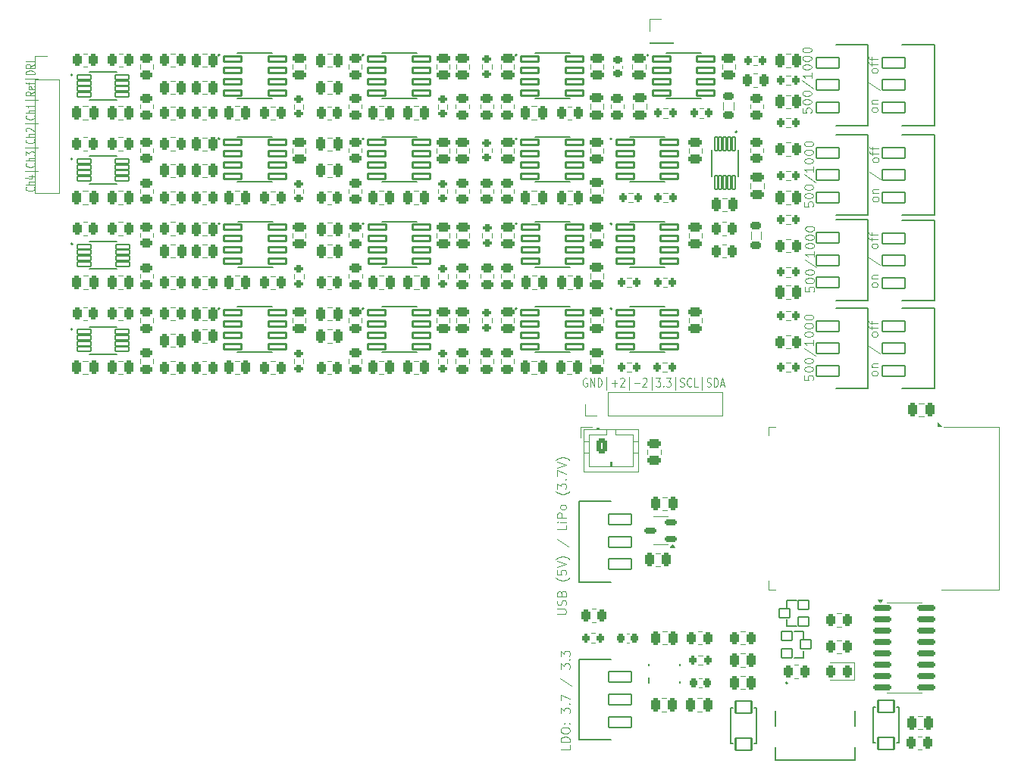
<source format=gbr>
%TF.GenerationSoftware,KiCad,Pcbnew,8.0.5*%
%TF.CreationDate,2025-03-07T14:34:27+01:00*%
%TF.ProjectId,eeg_4-channel_final,6565675f-342d-4636-9861-6e6e656c5f66,rev?*%
%TF.SameCoordinates,Original*%
%TF.FileFunction,Legend,Top*%
%TF.FilePolarity,Positive*%
%FSLAX46Y46*%
G04 Gerber Fmt 4.6, Leading zero omitted, Abs format (unit mm)*
G04 Created by KiCad (PCBNEW 8.0.5) date 2025-03-07 14:34:27*
%MOMM*%
%LPD*%
G01*
G04 APERTURE LIST*
G04 Aperture macros list*
%AMRoundRect*
0 Rectangle with rounded corners*
0 $1 Rounding radius*
0 $2 $3 $4 $5 $6 $7 $8 $9 X,Y pos of 4 corners*
0 Add a 4 corners polygon primitive as box body*
4,1,4,$2,$3,$4,$5,$6,$7,$8,$9,$2,$3,0*
0 Add four circle primitives for the rounded corners*
1,1,$1+$1,$2,$3*
1,1,$1+$1,$4,$5*
1,1,$1+$1,$6,$7*
1,1,$1+$1,$8,$9*
0 Add four rect primitives between the rounded corners*
20,1,$1+$1,$2,$3,$4,$5,0*
20,1,$1+$1,$4,$5,$6,$7,0*
20,1,$1+$1,$6,$7,$8,$9,0*
20,1,$1+$1,$8,$9,$2,$3,0*%
G04 Aperture macros list end*
%ADD10C,0.100000*%
%ADD11C,0.120000*%
%ADD12C,0.127000*%
%ADD13C,0.200000*%
%ADD14C,0.010000*%
%ADD15RoundRect,0.250000X-0.250000X-0.475000X0.250000X-0.475000X0.250000X0.475000X-0.250000X0.475000X0*%
%ADD16RoundRect,0.250000X0.250000X0.475000X-0.250000X0.475000X-0.250000X-0.475000X0.250000X-0.475000X0*%
%ADD17RoundRect,0.250000X0.450000X-0.262500X0.450000X0.262500X-0.450000X0.262500X-0.450000X-0.262500X0*%
%ADD18RoundRect,0.100500X-0.986500X-0.301500X0.986500X-0.301500X0.986500X0.301500X-0.986500X0.301500X0*%
%ADD19RoundRect,0.250000X0.475000X-0.250000X0.475000X0.250000X-0.475000X0.250000X-0.475000X-0.250000X0*%
%ADD20RoundRect,0.250000X-0.450000X0.262500X-0.450000X-0.262500X0.450000X-0.262500X0.450000X0.262500X0*%
%ADD21C,1.000000*%
%ADD22RoundRect,0.102000X1.250000X-0.600000X1.250000X0.600000X-1.250000X0.600000X-1.250000X-0.600000X0*%
%ADD23RoundRect,0.250000X-0.262500X-0.450000X0.262500X-0.450000X0.262500X0.450000X-0.262500X0.450000X0*%
%ADD24RoundRect,0.250000X-0.475000X0.250000X-0.475000X-0.250000X0.475000X-0.250000X0.475000X0.250000X0*%
%ADD25R,1.700000X1.700000*%
%ADD26O,1.700000X1.700000*%
%ADD27RoundRect,0.200000X-0.200000X-0.275000X0.200000X-0.275000X0.200000X0.275000X-0.200000X0.275000X0*%
%ADD28RoundRect,0.200000X0.200000X0.275000X-0.200000X0.275000X-0.200000X-0.275000X0.200000X-0.275000X0*%
%ADD29RoundRect,0.218750X0.381250X-0.218750X0.381250X0.218750X-0.381250X0.218750X-0.381250X-0.218750X0*%
%ADD30R,0.249999X0.499999*%
%ADD31R,2.650000X1.000000*%
%ADD32C,0.499999*%
%ADD33RoundRect,0.250000X0.262500X0.450000X-0.262500X0.450000X-0.262500X-0.450000X0.262500X-0.450000X0*%
%ADD34RoundRect,0.102000X-1.250000X0.600000X-1.250000X-0.600000X1.250000X-0.600000X1.250000X0.600000X0*%
%ADD35RoundRect,0.200000X0.275000X-0.200000X0.275000X0.200000X-0.275000X0.200000X-0.275000X-0.200000X0*%
%ADD36RoundRect,0.102000X-0.900000X0.675000X-0.900000X-0.675000X0.900000X-0.675000X0.900000X0.675000X0*%
%ADD37RoundRect,0.085500X-0.751500X-0.256500X0.751500X-0.256500X0.751500X0.256500X-0.751500X0.256500X0*%
%ADD38RoundRect,0.218750X-0.381250X0.218750X-0.381250X-0.218750X0.381250X-0.218750X0.381250X0.218750X0*%
%ADD39C,0.600000*%
%ADD40O,1.104000X2.204000*%
%ADD41O,1.104000X1.904000*%
%ADD42RoundRect,0.225000X0.225000X0.250000X-0.225000X0.250000X-0.225000X-0.250000X0.225000X-0.250000X0*%
%ADD43RoundRect,0.102000X0.600000X-0.508000X0.600000X0.508000X-0.600000X0.508000X-0.600000X-0.508000X0*%
%ADD44RoundRect,0.243750X0.243750X0.456250X-0.243750X0.456250X-0.243750X-0.456250X0.243750X-0.456250X0*%
%ADD45R,0.900000X1.500000*%
%ADD46R,1.500000X0.900000*%
%ADD47R,3.800000X3.800000*%
%ADD48RoundRect,0.060500X-0.181500X0.776500X-0.181500X-0.776500X0.181500X-0.776500X0.181500X0.776500X0*%
%ADD49RoundRect,0.250000X-0.350000X-0.625000X0.350000X-0.625000X0.350000X0.625000X-0.350000X0.625000X0*%
%ADD50O,1.200000X1.750000*%
%ADD51RoundRect,0.225000X0.250000X-0.225000X0.250000X0.225000X-0.250000X0.225000X-0.250000X-0.225000X0*%
%ADD52RoundRect,0.225000X-0.225000X-0.250000X0.225000X-0.250000X0.225000X0.250000X-0.225000X0.250000X0*%
%ADD53RoundRect,0.102000X-0.600000X0.508000X-0.600000X-0.508000X0.600000X-0.508000X0.600000X0.508000X0*%
%ADD54RoundRect,0.150000X-0.825000X-0.150000X0.825000X-0.150000X0.825000X0.150000X-0.825000X0.150000X0*%
%ADD55RoundRect,0.150000X0.512500X0.150000X-0.512500X0.150000X-0.512500X-0.150000X0.512500X-0.150000X0*%
G04 APERTURE END LIST*
D10*
X77872419Y-83096115D02*
X78681942Y-83096115D01*
X78681942Y-83096115D02*
X78777180Y-83048496D01*
X78777180Y-83048496D02*
X78824800Y-83000877D01*
X78824800Y-83000877D02*
X78872419Y-82905639D01*
X78872419Y-82905639D02*
X78872419Y-82715163D01*
X78872419Y-82715163D02*
X78824800Y-82619925D01*
X78824800Y-82619925D02*
X78777180Y-82572306D01*
X78777180Y-82572306D02*
X78681942Y-82524687D01*
X78681942Y-82524687D02*
X77872419Y-82524687D01*
X78824800Y-82096115D02*
X78872419Y-81953258D01*
X78872419Y-81953258D02*
X78872419Y-81715163D01*
X78872419Y-81715163D02*
X78824800Y-81619925D01*
X78824800Y-81619925D02*
X78777180Y-81572306D01*
X78777180Y-81572306D02*
X78681942Y-81524687D01*
X78681942Y-81524687D02*
X78586704Y-81524687D01*
X78586704Y-81524687D02*
X78491466Y-81572306D01*
X78491466Y-81572306D02*
X78443847Y-81619925D01*
X78443847Y-81619925D02*
X78396228Y-81715163D01*
X78396228Y-81715163D02*
X78348609Y-81905639D01*
X78348609Y-81905639D02*
X78300990Y-82000877D01*
X78300990Y-82000877D02*
X78253371Y-82048496D01*
X78253371Y-82048496D02*
X78158133Y-82096115D01*
X78158133Y-82096115D02*
X78062895Y-82096115D01*
X78062895Y-82096115D02*
X77967657Y-82048496D01*
X77967657Y-82048496D02*
X77920038Y-82000877D01*
X77920038Y-82000877D02*
X77872419Y-81905639D01*
X77872419Y-81905639D02*
X77872419Y-81667544D01*
X77872419Y-81667544D02*
X77920038Y-81524687D01*
X78348609Y-80762782D02*
X78396228Y-80619925D01*
X78396228Y-80619925D02*
X78443847Y-80572306D01*
X78443847Y-80572306D02*
X78539085Y-80524687D01*
X78539085Y-80524687D02*
X78681942Y-80524687D01*
X78681942Y-80524687D02*
X78777180Y-80572306D01*
X78777180Y-80572306D02*
X78824800Y-80619925D01*
X78824800Y-80619925D02*
X78872419Y-80715163D01*
X78872419Y-80715163D02*
X78872419Y-81096115D01*
X78872419Y-81096115D02*
X77872419Y-81096115D01*
X77872419Y-81096115D02*
X77872419Y-80762782D01*
X77872419Y-80762782D02*
X77920038Y-80667544D01*
X77920038Y-80667544D02*
X77967657Y-80619925D01*
X77967657Y-80619925D02*
X78062895Y-80572306D01*
X78062895Y-80572306D02*
X78158133Y-80572306D01*
X78158133Y-80572306D02*
X78253371Y-80619925D01*
X78253371Y-80619925D02*
X78300990Y-80667544D01*
X78300990Y-80667544D02*
X78348609Y-80762782D01*
X78348609Y-80762782D02*
X78348609Y-81096115D01*
X79253371Y-79048496D02*
X79205752Y-79096115D01*
X79205752Y-79096115D02*
X79062895Y-79191353D01*
X79062895Y-79191353D02*
X78967657Y-79238972D01*
X78967657Y-79238972D02*
X78824800Y-79286591D01*
X78824800Y-79286591D02*
X78586704Y-79334210D01*
X78586704Y-79334210D02*
X78396228Y-79334210D01*
X78396228Y-79334210D02*
X78158133Y-79286591D01*
X78158133Y-79286591D02*
X78015276Y-79238972D01*
X78015276Y-79238972D02*
X77920038Y-79191353D01*
X77920038Y-79191353D02*
X77777180Y-79096115D01*
X77777180Y-79096115D02*
X77729561Y-79048496D01*
X77872419Y-78191353D02*
X77872419Y-78667543D01*
X77872419Y-78667543D02*
X78348609Y-78715162D01*
X78348609Y-78715162D02*
X78300990Y-78667543D01*
X78300990Y-78667543D02*
X78253371Y-78572305D01*
X78253371Y-78572305D02*
X78253371Y-78334210D01*
X78253371Y-78334210D02*
X78300990Y-78238972D01*
X78300990Y-78238972D02*
X78348609Y-78191353D01*
X78348609Y-78191353D02*
X78443847Y-78143734D01*
X78443847Y-78143734D02*
X78681942Y-78143734D01*
X78681942Y-78143734D02*
X78777180Y-78191353D01*
X78777180Y-78191353D02*
X78824800Y-78238972D01*
X78824800Y-78238972D02*
X78872419Y-78334210D01*
X78872419Y-78334210D02*
X78872419Y-78572305D01*
X78872419Y-78572305D02*
X78824800Y-78667543D01*
X78824800Y-78667543D02*
X78777180Y-78715162D01*
X77872419Y-77858019D02*
X78872419Y-77524686D01*
X78872419Y-77524686D02*
X77872419Y-77191353D01*
X79253371Y-76953257D02*
X79205752Y-76905638D01*
X79205752Y-76905638D02*
X79062895Y-76810400D01*
X79062895Y-76810400D02*
X78967657Y-76762781D01*
X78967657Y-76762781D02*
X78824800Y-76715162D01*
X78824800Y-76715162D02*
X78586704Y-76667543D01*
X78586704Y-76667543D02*
X78396228Y-76667543D01*
X78396228Y-76667543D02*
X78158133Y-76715162D01*
X78158133Y-76715162D02*
X78015276Y-76762781D01*
X78015276Y-76762781D02*
X77920038Y-76810400D01*
X77920038Y-76810400D02*
X77777180Y-76905638D01*
X77777180Y-76905638D02*
X77729561Y-76953257D01*
X77824800Y-74715162D02*
X79110514Y-75572304D01*
X78872419Y-73143733D02*
X78872419Y-73619923D01*
X78872419Y-73619923D02*
X77872419Y-73619923D01*
X78872419Y-72810399D02*
X78205752Y-72810399D01*
X77872419Y-72810399D02*
X77920038Y-72858018D01*
X77920038Y-72858018D02*
X77967657Y-72810399D01*
X77967657Y-72810399D02*
X77920038Y-72762780D01*
X77920038Y-72762780D02*
X77872419Y-72810399D01*
X77872419Y-72810399D02*
X77967657Y-72810399D01*
X78872419Y-72334209D02*
X77872419Y-72334209D01*
X77872419Y-72334209D02*
X77872419Y-71953257D01*
X77872419Y-71953257D02*
X77920038Y-71858019D01*
X77920038Y-71858019D02*
X77967657Y-71810400D01*
X77967657Y-71810400D02*
X78062895Y-71762781D01*
X78062895Y-71762781D02*
X78205752Y-71762781D01*
X78205752Y-71762781D02*
X78300990Y-71810400D01*
X78300990Y-71810400D02*
X78348609Y-71858019D01*
X78348609Y-71858019D02*
X78396228Y-71953257D01*
X78396228Y-71953257D02*
X78396228Y-72334209D01*
X78872419Y-71191352D02*
X78824800Y-71286590D01*
X78824800Y-71286590D02*
X78777180Y-71334209D01*
X78777180Y-71334209D02*
X78681942Y-71381828D01*
X78681942Y-71381828D02*
X78396228Y-71381828D01*
X78396228Y-71381828D02*
X78300990Y-71334209D01*
X78300990Y-71334209D02*
X78253371Y-71286590D01*
X78253371Y-71286590D02*
X78205752Y-71191352D01*
X78205752Y-71191352D02*
X78205752Y-71048495D01*
X78205752Y-71048495D02*
X78253371Y-70953257D01*
X78253371Y-70953257D02*
X78300990Y-70905638D01*
X78300990Y-70905638D02*
X78396228Y-70858019D01*
X78396228Y-70858019D02*
X78681942Y-70858019D01*
X78681942Y-70858019D02*
X78777180Y-70905638D01*
X78777180Y-70905638D02*
X78824800Y-70953257D01*
X78824800Y-70953257D02*
X78872419Y-71048495D01*
X78872419Y-71048495D02*
X78872419Y-71191352D01*
X79253371Y-69381828D02*
X79205752Y-69429447D01*
X79205752Y-69429447D02*
X79062895Y-69524685D01*
X79062895Y-69524685D02*
X78967657Y-69572304D01*
X78967657Y-69572304D02*
X78824800Y-69619923D01*
X78824800Y-69619923D02*
X78586704Y-69667542D01*
X78586704Y-69667542D02*
X78396228Y-69667542D01*
X78396228Y-69667542D02*
X78158133Y-69619923D01*
X78158133Y-69619923D02*
X78015276Y-69572304D01*
X78015276Y-69572304D02*
X77920038Y-69524685D01*
X77920038Y-69524685D02*
X77777180Y-69429447D01*
X77777180Y-69429447D02*
X77729561Y-69381828D01*
X77872419Y-69096113D02*
X77872419Y-68477066D01*
X77872419Y-68477066D02*
X78253371Y-68810399D01*
X78253371Y-68810399D02*
X78253371Y-68667542D01*
X78253371Y-68667542D02*
X78300990Y-68572304D01*
X78300990Y-68572304D02*
X78348609Y-68524685D01*
X78348609Y-68524685D02*
X78443847Y-68477066D01*
X78443847Y-68477066D02*
X78681942Y-68477066D01*
X78681942Y-68477066D02*
X78777180Y-68524685D01*
X78777180Y-68524685D02*
X78824800Y-68572304D01*
X78824800Y-68572304D02*
X78872419Y-68667542D01*
X78872419Y-68667542D02*
X78872419Y-68953256D01*
X78872419Y-68953256D02*
X78824800Y-69048494D01*
X78824800Y-69048494D02*
X78777180Y-69096113D01*
X78777180Y-68048494D02*
X78824800Y-68000875D01*
X78824800Y-68000875D02*
X78872419Y-68048494D01*
X78872419Y-68048494D02*
X78824800Y-68096113D01*
X78824800Y-68096113D02*
X78777180Y-68048494D01*
X78777180Y-68048494D02*
X78872419Y-68048494D01*
X77872419Y-67667542D02*
X77872419Y-67000876D01*
X77872419Y-67000876D02*
X78872419Y-67429447D01*
X77872419Y-66762780D02*
X78872419Y-66429447D01*
X78872419Y-66429447D02*
X77872419Y-66096114D01*
X79253371Y-65858018D02*
X79205752Y-65810399D01*
X79205752Y-65810399D02*
X79062895Y-65715161D01*
X79062895Y-65715161D02*
X78967657Y-65667542D01*
X78967657Y-65667542D02*
X78824800Y-65619923D01*
X78824800Y-65619923D02*
X78586704Y-65572304D01*
X78586704Y-65572304D02*
X78396228Y-65572304D01*
X78396228Y-65572304D02*
X78158133Y-65619923D01*
X78158133Y-65619923D02*
X78015276Y-65667542D01*
X78015276Y-65667542D02*
X77920038Y-65715161D01*
X77920038Y-65715161D02*
X77777180Y-65810399D01*
X77777180Y-65810399D02*
X77729561Y-65858018D01*
X105572419Y-46519925D02*
X105572419Y-46996115D01*
X105572419Y-46996115D02*
X106048609Y-47043734D01*
X106048609Y-47043734D02*
X106000990Y-46996115D01*
X106000990Y-46996115D02*
X105953371Y-46900877D01*
X105953371Y-46900877D02*
X105953371Y-46662782D01*
X105953371Y-46662782D02*
X106000990Y-46567544D01*
X106000990Y-46567544D02*
X106048609Y-46519925D01*
X106048609Y-46519925D02*
X106143847Y-46472306D01*
X106143847Y-46472306D02*
X106381942Y-46472306D01*
X106381942Y-46472306D02*
X106477180Y-46519925D01*
X106477180Y-46519925D02*
X106524800Y-46567544D01*
X106524800Y-46567544D02*
X106572419Y-46662782D01*
X106572419Y-46662782D02*
X106572419Y-46900877D01*
X106572419Y-46900877D02*
X106524800Y-46996115D01*
X106524800Y-46996115D02*
X106477180Y-47043734D01*
X105572419Y-45853258D02*
X105572419Y-45758020D01*
X105572419Y-45758020D02*
X105620038Y-45662782D01*
X105620038Y-45662782D02*
X105667657Y-45615163D01*
X105667657Y-45615163D02*
X105762895Y-45567544D01*
X105762895Y-45567544D02*
X105953371Y-45519925D01*
X105953371Y-45519925D02*
X106191466Y-45519925D01*
X106191466Y-45519925D02*
X106381942Y-45567544D01*
X106381942Y-45567544D02*
X106477180Y-45615163D01*
X106477180Y-45615163D02*
X106524800Y-45662782D01*
X106524800Y-45662782D02*
X106572419Y-45758020D01*
X106572419Y-45758020D02*
X106572419Y-45853258D01*
X106572419Y-45853258D02*
X106524800Y-45948496D01*
X106524800Y-45948496D02*
X106477180Y-45996115D01*
X106477180Y-45996115D02*
X106381942Y-46043734D01*
X106381942Y-46043734D02*
X106191466Y-46091353D01*
X106191466Y-46091353D02*
X105953371Y-46091353D01*
X105953371Y-46091353D02*
X105762895Y-46043734D01*
X105762895Y-46043734D02*
X105667657Y-45996115D01*
X105667657Y-45996115D02*
X105620038Y-45948496D01*
X105620038Y-45948496D02*
X105572419Y-45853258D01*
X105572419Y-44900877D02*
X105572419Y-44805639D01*
X105572419Y-44805639D02*
X105620038Y-44710401D01*
X105620038Y-44710401D02*
X105667657Y-44662782D01*
X105667657Y-44662782D02*
X105762895Y-44615163D01*
X105762895Y-44615163D02*
X105953371Y-44567544D01*
X105953371Y-44567544D02*
X106191466Y-44567544D01*
X106191466Y-44567544D02*
X106381942Y-44615163D01*
X106381942Y-44615163D02*
X106477180Y-44662782D01*
X106477180Y-44662782D02*
X106524800Y-44710401D01*
X106524800Y-44710401D02*
X106572419Y-44805639D01*
X106572419Y-44805639D02*
X106572419Y-44900877D01*
X106572419Y-44900877D02*
X106524800Y-44996115D01*
X106524800Y-44996115D02*
X106477180Y-45043734D01*
X106477180Y-45043734D02*
X106381942Y-45091353D01*
X106381942Y-45091353D02*
X106191466Y-45138972D01*
X106191466Y-45138972D02*
X105953371Y-45138972D01*
X105953371Y-45138972D02*
X105762895Y-45091353D01*
X105762895Y-45091353D02*
X105667657Y-45043734D01*
X105667657Y-45043734D02*
X105620038Y-44996115D01*
X105620038Y-44996115D02*
X105572419Y-44900877D01*
X105524800Y-43424687D02*
X106810514Y-44281829D01*
X106572419Y-42567544D02*
X106572419Y-43138972D01*
X106572419Y-42853258D02*
X105572419Y-42853258D01*
X105572419Y-42853258D02*
X105715276Y-42948496D01*
X105715276Y-42948496D02*
X105810514Y-43043734D01*
X105810514Y-43043734D02*
X105858133Y-43138972D01*
X105572419Y-41948496D02*
X105572419Y-41853258D01*
X105572419Y-41853258D02*
X105620038Y-41758020D01*
X105620038Y-41758020D02*
X105667657Y-41710401D01*
X105667657Y-41710401D02*
X105762895Y-41662782D01*
X105762895Y-41662782D02*
X105953371Y-41615163D01*
X105953371Y-41615163D02*
X106191466Y-41615163D01*
X106191466Y-41615163D02*
X106381942Y-41662782D01*
X106381942Y-41662782D02*
X106477180Y-41710401D01*
X106477180Y-41710401D02*
X106524800Y-41758020D01*
X106524800Y-41758020D02*
X106572419Y-41853258D01*
X106572419Y-41853258D02*
X106572419Y-41948496D01*
X106572419Y-41948496D02*
X106524800Y-42043734D01*
X106524800Y-42043734D02*
X106477180Y-42091353D01*
X106477180Y-42091353D02*
X106381942Y-42138972D01*
X106381942Y-42138972D02*
X106191466Y-42186591D01*
X106191466Y-42186591D02*
X105953371Y-42186591D01*
X105953371Y-42186591D02*
X105762895Y-42138972D01*
X105762895Y-42138972D02*
X105667657Y-42091353D01*
X105667657Y-42091353D02*
X105620038Y-42043734D01*
X105620038Y-42043734D02*
X105572419Y-41948496D01*
X105572419Y-40996115D02*
X105572419Y-40900877D01*
X105572419Y-40900877D02*
X105620038Y-40805639D01*
X105620038Y-40805639D02*
X105667657Y-40758020D01*
X105667657Y-40758020D02*
X105762895Y-40710401D01*
X105762895Y-40710401D02*
X105953371Y-40662782D01*
X105953371Y-40662782D02*
X106191466Y-40662782D01*
X106191466Y-40662782D02*
X106381942Y-40710401D01*
X106381942Y-40710401D02*
X106477180Y-40758020D01*
X106477180Y-40758020D02*
X106524800Y-40805639D01*
X106524800Y-40805639D02*
X106572419Y-40900877D01*
X106572419Y-40900877D02*
X106572419Y-40996115D01*
X106572419Y-40996115D02*
X106524800Y-41091353D01*
X106524800Y-41091353D02*
X106477180Y-41138972D01*
X106477180Y-41138972D02*
X106381942Y-41186591D01*
X106381942Y-41186591D02*
X106191466Y-41234210D01*
X106191466Y-41234210D02*
X105953371Y-41234210D01*
X105953371Y-41234210D02*
X105762895Y-41186591D01*
X105762895Y-41186591D02*
X105667657Y-41138972D01*
X105667657Y-41138972D02*
X105620038Y-41091353D01*
X105620038Y-41091353D02*
X105572419Y-40996115D01*
X105572419Y-40043734D02*
X105572419Y-39948496D01*
X105572419Y-39948496D02*
X105620038Y-39853258D01*
X105620038Y-39853258D02*
X105667657Y-39805639D01*
X105667657Y-39805639D02*
X105762895Y-39758020D01*
X105762895Y-39758020D02*
X105953371Y-39710401D01*
X105953371Y-39710401D02*
X106191466Y-39710401D01*
X106191466Y-39710401D02*
X106381942Y-39758020D01*
X106381942Y-39758020D02*
X106477180Y-39805639D01*
X106477180Y-39805639D02*
X106524800Y-39853258D01*
X106524800Y-39853258D02*
X106572419Y-39948496D01*
X106572419Y-39948496D02*
X106572419Y-40043734D01*
X106572419Y-40043734D02*
X106524800Y-40138972D01*
X106524800Y-40138972D02*
X106477180Y-40186591D01*
X106477180Y-40186591D02*
X106381942Y-40234210D01*
X106381942Y-40234210D02*
X106191466Y-40281829D01*
X106191466Y-40281829D02*
X105953371Y-40281829D01*
X105953371Y-40281829D02*
X105762895Y-40234210D01*
X105762895Y-40234210D02*
X105667657Y-40186591D01*
X105667657Y-40186591D02*
X105620038Y-40138972D01*
X105620038Y-40138972D02*
X105572419Y-40043734D01*
X105472419Y-37019925D02*
X105472419Y-37496115D01*
X105472419Y-37496115D02*
X105948609Y-37543734D01*
X105948609Y-37543734D02*
X105900990Y-37496115D01*
X105900990Y-37496115D02*
X105853371Y-37400877D01*
X105853371Y-37400877D02*
X105853371Y-37162782D01*
X105853371Y-37162782D02*
X105900990Y-37067544D01*
X105900990Y-37067544D02*
X105948609Y-37019925D01*
X105948609Y-37019925D02*
X106043847Y-36972306D01*
X106043847Y-36972306D02*
X106281942Y-36972306D01*
X106281942Y-36972306D02*
X106377180Y-37019925D01*
X106377180Y-37019925D02*
X106424800Y-37067544D01*
X106424800Y-37067544D02*
X106472419Y-37162782D01*
X106472419Y-37162782D02*
X106472419Y-37400877D01*
X106472419Y-37400877D02*
X106424800Y-37496115D01*
X106424800Y-37496115D02*
X106377180Y-37543734D01*
X105472419Y-36353258D02*
X105472419Y-36258020D01*
X105472419Y-36258020D02*
X105520038Y-36162782D01*
X105520038Y-36162782D02*
X105567657Y-36115163D01*
X105567657Y-36115163D02*
X105662895Y-36067544D01*
X105662895Y-36067544D02*
X105853371Y-36019925D01*
X105853371Y-36019925D02*
X106091466Y-36019925D01*
X106091466Y-36019925D02*
X106281942Y-36067544D01*
X106281942Y-36067544D02*
X106377180Y-36115163D01*
X106377180Y-36115163D02*
X106424800Y-36162782D01*
X106424800Y-36162782D02*
X106472419Y-36258020D01*
X106472419Y-36258020D02*
X106472419Y-36353258D01*
X106472419Y-36353258D02*
X106424800Y-36448496D01*
X106424800Y-36448496D02*
X106377180Y-36496115D01*
X106377180Y-36496115D02*
X106281942Y-36543734D01*
X106281942Y-36543734D02*
X106091466Y-36591353D01*
X106091466Y-36591353D02*
X105853371Y-36591353D01*
X105853371Y-36591353D02*
X105662895Y-36543734D01*
X105662895Y-36543734D02*
X105567657Y-36496115D01*
X105567657Y-36496115D02*
X105520038Y-36448496D01*
X105520038Y-36448496D02*
X105472419Y-36353258D01*
X105472419Y-35400877D02*
X105472419Y-35305639D01*
X105472419Y-35305639D02*
X105520038Y-35210401D01*
X105520038Y-35210401D02*
X105567657Y-35162782D01*
X105567657Y-35162782D02*
X105662895Y-35115163D01*
X105662895Y-35115163D02*
X105853371Y-35067544D01*
X105853371Y-35067544D02*
X106091466Y-35067544D01*
X106091466Y-35067544D02*
X106281942Y-35115163D01*
X106281942Y-35115163D02*
X106377180Y-35162782D01*
X106377180Y-35162782D02*
X106424800Y-35210401D01*
X106424800Y-35210401D02*
X106472419Y-35305639D01*
X106472419Y-35305639D02*
X106472419Y-35400877D01*
X106472419Y-35400877D02*
X106424800Y-35496115D01*
X106424800Y-35496115D02*
X106377180Y-35543734D01*
X106377180Y-35543734D02*
X106281942Y-35591353D01*
X106281942Y-35591353D02*
X106091466Y-35638972D01*
X106091466Y-35638972D02*
X105853371Y-35638972D01*
X105853371Y-35638972D02*
X105662895Y-35591353D01*
X105662895Y-35591353D02*
X105567657Y-35543734D01*
X105567657Y-35543734D02*
X105520038Y-35496115D01*
X105520038Y-35496115D02*
X105472419Y-35400877D01*
X105424800Y-33924687D02*
X106710514Y-34781829D01*
X106472419Y-33067544D02*
X106472419Y-33638972D01*
X106472419Y-33353258D02*
X105472419Y-33353258D01*
X105472419Y-33353258D02*
X105615276Y-33448496D01*
X105615276Y-33448496D02*
X105710514Y-33543734D01*
X105710514Y-33543734D02*
X105758133Y-33638972D01*
X105472419Y-32448496D02*
X105472419Y-32353258D01*
X105472419Y-32353258D02*
X105520038Y-32258020D01*
X105520038Y-32258020D02*
X105567657Y-32210401D01*
X105567657Y-32210401D02*
X105662895Y-32162782D01*
X105662895Y-32162782D02*
X105853371Y-32115163D01*
X105853371Y-32115163D02*
X106091466Y-32115163D01*
X106091466Y-32115163D02*
X106281942Y-32162782D01*
X106281942Y-32162782D02*
X106377180Y-32210401D01*
X106377180Y-32210401D02*
X106424800Y-32258020D01*
X106424800Y-32258020D02*
X106472419Y-32353258D01*
X106472419Y-32353258D02*
X106472419Y-32448496D01*
X106472419Y-32448496D02*
X106424800Y-32543734D01*
X106424800Y-32543734D02*
X106377180Y-32591353D01*
X106377180Y-32591353D02*
X106281942Y-32638972D01*
X106281942Y-32638972D02*
X106091466Y-32686591D01*
X106091466Y-32686591D02*
X105853371Y-32686591D01*
X105853371Y-32686591D02*
X105662895Y-32638972D01*
X105662895Y-32638972D02*
X105567657Y-32591353D01*
X105567657Y-32591353D02*
X105520038Y-32543734D01*
X105520038Y-32543734D02*
X105472419Y-32448496D01*
X105472419Y-31496115D02*
X105472419Y-31400877D01*
X105472419Y-31400877D02*
X105520038Y-31305639D01*
X105520038Y-31305639D02*
X105567657Y-31258020D01*
X105567657Y-31258020D02*
X105662895Y-31210401D01*
X105662895Y-31210401D02*
X105853371Y-31162782D01*
X105853371Y-31162782D02*
X106091466Y-31162782D01*
X106091466Y-31162782D02*
X106281942Y-31210401D01*
X106281942Y-31210401D02*
X106377180Y-31258020D01*
X106377180Y-31258020D02*
X106424800Y-31305639D01*
X106424800Y-31305639D02*
X106472419Y-31400877D01*
X106472419Y-31400877D02*
X106472419Y-31496115D01*
X106472419Y-31496115D02*
X106424800Y-31591353D01*
X106424800Y-31591353D02*
X106377180Y-31638972D01*
X106377180Y-31638972D02*
X106281942Y-31686591D01*
X106281942Y-31686591D02*
X106091466Y-31734210D01*
X106091466Y-31734210D02*
X105853371Y-31734210D01*
X105853371Y-31734210D02*
X105662895Y-31686591D01*
X105662895Y-31686591D02*
X105567657Y-31638972D01*
X105567657Y-31638972D02*
X105520038Y-31591353D01*
X105520038Y-31591353D02*
X105472419Y-31496115D01*
X105472419Y-30543734D02*
X105472419Y-30448496D01*
X105472419Y-30448496D02*
X105520038Y-30353258D01*
X105520038Y-30353258D02*
X105567657Y-30305639D01*
X105567657Y-30305639D02*
X105662895Y-30258020D01*
X105662895Y-30258020D02*
X105853371Y-30210401D01*
X105853371Y-30210401D02*
X106091466Y-30210401D01*
X106091466Y-30210401D02*
X106281942Y-30258020D01*
X106281942Y-30258020D02*
X106377180Y-30305639D01*
X106377180Y-30305639D02*
X106424800Y-30353258D01*
X106424800Y-30353258D02*
X106472419Y-30448496D01*
X106472419Y-30448496D02*
X106472419Y-30543734D01*
X106472419Y-30543734D02*
X106424800Y-30638972D01*
X106424800Y-30638972D02*
X106377180Y-30686591D01*
X106377180Y-30686591D02*
X106281942Y-30734210D01*
X106281942Y-30734210D02*
X106091466Y-30781829D01*
X106091466Y-30781829D02*
X105853371Y-30781829D01*
X105853371Y-30781829D02*
X105662895Y-30734210D01*
X105662895Y-30734210D02*
X105567657Y-30686591D01*
X105567657Y-30686591D02*
X105520038Y-30638972D01*
X105520038Y-30638972D02*
X105472419Y-30543734D01*
X113672419Y-46353258D02*
X113624800Y-46448496D01*
X113624800Y-46448496D02*
X113577180Y-46496115D01*
X113577180Y-46496115D02*
X113481942Y-46543734D01*
X113481942Y-46543734D02*
X113196228Y-46543734D01*
X113196228Y-46543734D02*
X113100990Y-46496115D01*
X113100990Y-46496115D02*
X113053371Y-46448496D01*
X113053371Y-46448496D02*
X113005752Y-46353258D01*
X113005752Y-46353258D02*
X113005752Y-46210401D01*
X113005752Y-46210401D02*
X113053371Y-46115163D01*
X113053371Y-46115163D02*
X113100990Y-46067544D01*
X113100990Y-46067544D02*
X113196228Y-46019925D01*
X113196228Y-46019925D02*
X113481942Y-46019925D01*
X113481942Y-46019925D02*
X113577180Y-46067544D01*
X113577180Y-46067544D02*
X113624800Y-46115163D01*
X113624800Y-46115163D02*
X113672419Y-46210401D01*
X113672419Y-46210401D02*
X113672419Y-46353258D01*
X113005752Y-45591353D02*
X113672419Y-45591353D01*
X113100990Y-45591353D02*
X113053371Y-45543734D01*
X113053371Y-45543734D02*
X113005752Y-45448496D01*
X113005752Y-45448496D02*
X113005752Y-45305639D01*
X113005752Y-45305639D02*
X113053371Y-45210401D01*
X113053371Y-45210401D02*
X113148609Y-45162782D01*
X113148609Y-45162782D02*
X113672419Y-45162782D01*
X112624800Y-43210401D02*
X113910514Y-44067543D01*
X113672419Y-41972305D02*
X113624800Y-42067543D01*
X113624800Y-42067543D02*
X113577180Y-42115162D01*
X113577180Y-42115162D02*
X113481942Y-42162781D01*
X113481942Y-42162781D02*
X113196228Y-42162781D01*
X113196228Y-42162781D02*
X113100990Y-42115162D01*
X113100990Y-42115162D02*
X113053371Y-42067543D01*
X113053371Y-42067543D02*
X113005752Y-41972305D01*
X113005752Y-41972305D02*
X113005752Y-41829448D01*
X113005752Y-41829448D02*
X113053371Y-41734210D01*
X113053371Y-41734210D02*
X113100990Y-41686591D01*
X113100990Y-41686591D02*
X113196228Y-41638972D01*
X113196228Y-41638972D02*
X113481942Y-41638972D01*
X113481942Y-41638972D02*
X113577180Y-41686591D01*
X113577180Y-41686591D02*
X113624800Y-41734210D01*
X113624800Y-41734210D02*
X113672419Y-41829448D01*
X113672419Y-41829448D02*
X113672419Y-41972305D01*
X113005752Y-41353257D02*
X113005752Y-40972305D01*
X113672419Y-41210400D02*
X112815276Y-41210400D01*
X112815276Y-41210400D02*
X112720038Y-41162781D01*
X112720038Y-41162781D02*
X112672419Y-41067543D01*
X112672419Y-41067543D02*
X112672419Y-40972305D01*
X113005752Y-40781828D02*
X113005752Y-40400876D01*
X113672419Y-40638971D02*
X112815276Y-40638971D01*
X112815276Y-40638971D02*
X112720038Y-40591352D01*
X112720038Y-40591352D02*
X112672419Y-40496114D01*
X112672419Y-40496114D02*
X112672419Y-40400876D01*
X19404680Y-35337544D02*
X19452300Y-35370877D01*
X19452300Y-35370877D02*
X19499919Y-35470877D01*
X19499919Y-35470877D02*
X19499919Y-35537544D01*
X19499919Y-35537544D02*
X19452300Y-35637544D01*
X19452300Y-35637544D02*
X19357061Y-35704211D01*
X19357061Y-35704211D02*
X19261823Y-35737544D01*
X19261823Y-35737544D02*
X19071347Y-35770877D01*
X19071347Y-35770877D02*
X18928490Y-35770877D01*
X18928490Y-35770877D02*
X18738014Y-35737544D01*
X18738014Y-35737544D02*
X18642776Y-35704211D01*
X18642776Y-35704211D02*
X18547538Y-35637544D01*
X18547538Y-35637544D02*
X18499919Y-35537544D01*
X18499919Y-35537544D02*
X18499919Y-35470877D01*
X18499919Y-35470877D02*
X18547538Y-35370877D01*
X18547538Y-35370877D02*
X18595157Y-35337544D01*
X19499919Y-35037544D02*
X18499919Y-35037544D01*
X19499919Y-34737544D02*
X18976109Y-34737544D01*
X18976109Y-34737544D02*
X18880871Y-34770877D01*
X18880871Y-34770877D02*
X18833252Y-34837544D01*
X18833252Y-34837544D02*
X18833252Y-34937544D01*
X18833252Y-34937544D02*
X18880871Y-35004211D01*
X18880871Y-35004211D02*
X18928490Y-35037544D01*
X18833252Y-34104211D02*
X19499919Y-34104211D01*
X18452300Y-34270878D02*
X19166585Y-34437544D01*
X19166585Y-34437544D02*
X19166585Y-34004211D01*
X19833252Y-33570877D02*
X18404680Y-33570877D01*
X19404680Y-32670877D02*
X19452300Y-32704210D01*
X19452300Y-32704210D02*
X19499919Y-32804210D01*
X19499919Y-32804210D02*
X19499919Y-32870877D01*
X19499919Y-32870877D02*
X19452300Y-32970877D01*
X19452300Y-32970877D02*
X19357061Y-33037544D01*
X19357061Y-33037544D02*
X19261823Y-33070877D01*
X19261823Y-33070877D02*
X19071347Y-33104210D01*
X19071347Y-33104210D02*
X18928490Y-33104210D01*
X18928490Y-33104210D02*
X18738014Y-33070877D01*
X18738014Y-33070877D02*
X18642776Y-33037544D01*
X18642776Y-33037544D02*
X18547538Y-32970877D01*
X18547538Y-32970877D02*
X18499919Y-32870877D01*
X18499919Y-32870877D02*
X18499919Y-32804210D01*
X18499919Y-32804210D02*
X18547538Y-32704210D01*
X18547538Y-32704210D02*
X18595157Y-32670877D01*
X19499919Y-32370877D02*
X18499919Y-32370877D01*
X19499919Y-32070877D02*
X18976109Y-32070877D01*
X18976109Y-32070877D02*
X18880871Y-32104210D01*
X18880871Y-32104210D02*
X18833252Y-32170877D01*
X18833252Y-32170877D02*
X18833252Y-32270877D01*
X18833252Y-32270877D02*
X18880871Y-32337544D01*
X18880871Y-32337544D02*
X18928490Y-32370877D01*
X18499919Y-31804211D02*
X18499919Y-31370877D01*
X18499919Y-31370877D02*
X18880871Y-31604211D01*
X18880871Y-31604211D02*
X18880871Y-31504211D01*
X18880871Y-31504211D02*
X18928490Y-31437544D01*
X18928490Y-31437544D02*
X18976109Y-31404211D01*
X18976109Y-31404211D02*
X19071347Y-31370877D01*
X19071347Y-31370877D02*
X19309442Y-31370877D01*
X19309442Y-31370877D02*
X19404680Y-31404211D01*
X19404680Y-31404211D02*
X19452300Y-31437544D01*
X19452300Y-31437544D02*
X19499919Y-31504211D01*
X19499919Y-31504211D02*
X19499919Y-31704211D01*
X19499919Y-31704211D02*
X19452300Y-31770877D01*
X19452300Y-31770877D02*
X19404680Y-31804211D01*
X19833252Y-30904210D02*
X18404680Y-30904210D01*
X19404680Y-30004210D02*
X19452300Y-30037543D01*
X19452300Y-30037543D02*
X19499919Y-30137543D01*
X19499919Y-30137543D02*
X19499919Y-30204210D01*
X19499919Y-30204210D02*
X19452300Y-30304210D01*
X19452300Y-30304210D02*
X19357061Y-30370877D01*
X19357061Y-30370877D02*
X19261823Y-30404210D01*
X19261823Y-30404210D02*
X19071347Y-30437543D01*
X19071347Y-30437543D02*
X18928490Y-30437543D01*
X18928490Y-30437543D02*
X18738014Y-30404210D01*
X18738014Y-30404210D02*
X18642776Y-30370877D01*
X18642776Y-30370877D02*
X18547538Y-30304210D01*
X18547538Y-30304210D02*
X18499919Y-30204210D01*
X18499919Y-30204210D02*
X18499919Y-30137543D01*
X18499919Y-30137543D02*
X18547538Y-30037543D01*
X18547538Y-30037543D02*
X18595157Y-30004210D01*
X19499919Y-29704210D02*
X18499919Y-29704210D01*
X19499919Y-29404210D02*
X18976109Y-29404210D01*
X18976109Y-29404210D02*
X18880871Y-29437543D01*
X18880871Y-29437543D02*
X18833252Y-29504210D01*
X18833252Y-29504210D02*
X18833252Y-29604210D01*
X18833252Y-29604210D02*
X18880871Y-29670877D01*
X18880871Y-29670877D02*
X18928490Y-29704210D01*
X18595157Y-29104210D02*
X18547538Y-29070877D01*
X18547538Y-29070877D02*
X18499919Y-29004210D01*
X18499919Y-29004210D02*
X18499919Y-28837544D01*
X18499919Y-28837544D02*
X18547538Y-28770877D01*
X18547538Y-28770877D02*
X18595157Y-28737544D01*
X18595157Y-28737544D02*
X18690395Y-28704210D01*
X18690395Y-28704210D02*
X18785633Y-28704210D01*
X18785633Y-28704210D02*
X18928490Y-28737544D01*
X18928490Y-28737544D02*
X19499919Y-29137544D01*
X19499919Y-29137544D02*
X19499919Y-28704210D01*
X19833252Y-28237543D02*
X18404680Y-28237543D01*
X19404680Y-27337543D02*
X19452300Y-27370876D01*
X19452300Y-27370876D02*
X19499919Y-27470876D01*
X19499919Y-27470876D02*
X19499919Y-27537543D01*
X19499919Y-27537543D02*
X19452300Y-27637543D01*
X19452300Y-27637543D02*
X19357061Y-27704210D01*
X19357061Y-27704210D02*
X19261823Y-27737543D01*
X19261823Y-27737543D02*
X19071347Y-27770876D01*
X19071347Y-27770876D02*
X18928490Y-27770876D01*
X18928490Y-27770876D02*
X18738014Y-27737543D01*
X18738014Y-27737543D02*
X18642776Y-27704210D01*
X18642776Y-27704210D02*
X18547538Y-27637543D01*
X18547538Y-27637543D02*
X18499919Y-27537543D01*
X18499919Y-27537543D02*
X18499919Y-27470876D01*
X18499919Y-27470876D02*
X18547538Y-27370876D01*
X18547538Y-27370876D02*
X18595157Y-27337543D01*
X19499919Y-27037543D02*
X18499919Y-27037543D01*
X19499919Y-26737543D02*
X18976109Y-26737543D01*
X18976109Y-26737543D02*
X18880871Y-26770876D01*
X18880871Y-26770876D02*
X18833252Y-26837543D01*
X18833252Y-26837543D02*
X18833252Y-26937543D01*
X18833252Y-26937543D02*
X18880871Y-27004210D01*
X18880871Y-27004210D02*
X18928490Y-27037543D01*
X19499919Y-26037543D02*
X19499919Y-26437543D01*
X19499919Y-26237543D02*
X18499919Y-26237543D01*
X18499919Y-26237543D02*
X18642776Y-26304210D01*
X18642776Y-26304210D02*
X18738014Y-26370877D01*
X18738014Y-26370877D02*
X18785633Y-26437543D01*
X19833252Y-25570876D02*
X18404680Y-25570876D01*
X19499919Y-24670876D02*
X19023728Y-24904209D01*
X19499919Y-25070876D02*
X18499919Y-25070876D01*
X18499919Y-25070876D02*
X18499919Y-24804209D01*
X18499919Y-24804209D02*
X18547538Y-24737543D01*
X18547538Y-24737543D02*
X18595157Y-24704209D01*
X18595157Y-24704209D02*
X18690395Y-24670876D01*
X18690395Y-24670876D02*
X18833252Y-24670876D01*
X18833252Y-24670876D02*
X18928490Y-24704209D01*
X18928490Y-24704209D02*
X18976109Y-24737543D01*
X18976109Y-24737543D02*
X19023728Y-24804209D01*
X19023728Y-24804209D02*
X19023728Y-25070876D01*
X19452300Y-24104209D02*
X19499919Y-24170876D01*
X19499919Y-24170876D02*
X19499919Y-24304209D01*
X19499919Y-24304209D02*
X19452300Y-24370876D01*
X19452300Y-24370876D02*
X19357061Y-24404209D01*
X19357061Y-24404209D02*
X18976109Y-24404209D01*
X18976109Y-24404209D02*
X18880871Y-24370876D01*
X18880871Y-24370876D02*
X18833252Y-24304209D01*
X18833252Y-24304209D02*
X18833252Y-24170876D01*
X18833252Y-24170876D02*
X18880871Y-24104209D01*
X18880871Y-24104209D02*
X18976109Y-24070876D01*
X18976109Y-24070876D02*
X19071347Y-24070876D01*
X19071347Y-24070876D02*
X19166585Y-24404209D01*
X18833252Y-23870876D02*
X18833252Y-23604209D01*
X19499919Y-23770876D02*
X18642776Y-23770876D01*
X18642776Y-23770876D02*
X18547538Y-23737543D01*
X18547538Y-23737543D02*
X18499919Y-23670876D01*
X18499919Y-23670876D02*
X18499919Y-23604209D01*
X19833252Y-23204209D02*
X18404680Y-23204209D01*
X19499919Y-22704209D02*
X18499919Y-22704209D01*
X18499919Y-22704209D02*
X18499919Y-22537542D01*
X18499919Y-22537542D02*
X18547538Y-22437542D01*
X18547538Y-22437542D02*
X18642776Y-22370876D01*
X18642776Y-22370876D02*
X18738014Y-22337542D01*
X18738014Y-22337542D02*
X18928490Y-22304209D01*
X18928490Y-22304209D02*
X19071347Y-22304209D01*
X19071347Y-22304209D02*
X19261823Y-22337542D01*
X19261823Y-22337542D02*
X19357061Y-22370876D01*
X19357061Y-22370876D02*
X19452300Y-22437542D01*
X19452300Y-22437542D02*
X19499919Y-22537542D01*
X19499919Y-22537542D02*
X19499919Y-22704209D01*
X19499919Y-21604209D02*
X19023728Y-21837542D01*
X19499919Y-22004209D02*
X18499919Y-22004209D01*
X18499919Y-22004209D02*
X18499919Y-21737542D01*
X18499919Y-21737542D02*
X18547538Y-21670876D01*
X18547538Y-21670876D02*
X18595157Y-21637542D01*
X18595157Y-21637542D02*
X18690395Y-21604209D01*
X18690395Y-21604209D02*
X18833252Y-21604209D01*
X18833252Y-21604209D02*
X18928490Y-21637542D01*
X18928490Y-21637542D02*
X18976109Y-21670876D01*
X18976109Y-21670876D02*
X19023728Y-21737542D01*
X19023728Y-21737542D02*
X19023728Y-22004209D01*
X19499919Y-20970876D02*
X19499919Y-21304209D01*
X19499919Y-21304209D02*
X18499919Y-21304209D01*
X105272419Y-26519925D02*
X105272419Y-26996115D01*
X105272419Y-26996115D02*
X105748609Y-27043734D01*
X105748609Y-27043734D02*
X105700990Y-26996115D01*
X105700990Y-26996115D02*
X105653371Y-26900877D01*
X105653371Y-26900877D02*
X105653371Y-26662782D01*
X105653371Y-26662782D02*
X105700990Y-26567544D01*
X105700990Y-26567544D02*
X105748609Y-26519925D01*
X105748609Y-26519925D02*
X105843847Y-26472306D01*
X105843847Y-26472306D02*
X106081942Y-26472306D01*
X106081942Y-26472306D02*
X106177180Y-26519925D01*
X106177180Y-26519925D02*
X106224800Y-26567544D01*
X106224800Y-26567544D02*
X106272419Y-26662782D01*
X106272419Y-26662782D02*
X106272419Y-26900877D01*
X106272419Y-26900877D02*
X106224800Y-26996115D01*
X106224800Y-26996115D02*
X106177180Y-27043734D01*
X105272419Y-25853258D02*
X105272419Y-25758020D01*
X105272419Y-25758020D02*
X105320038Y-25662782D01*
X105320038Y-25662782D02*
X105367657Y-25615163D01*
X105367657Y-25615163D02*
X105462895Y-25567544D01*
X105462895Y-25567544D02*
X105653371Y-25519925D01*
X105653371Y-25519925D02*
X105891466Y-25519925D01*
X105891466Y-25519925D02*
X106081942Y-25567544D01*
X106081942Y-25567544D02*
X106177180Y-25615163D01*
X106177180Y-25615163D02*
X106224800Y-25662782D01*
X106224800Y-25662782D02*
X106272419Y-25758020D01*
X106272419Y-25758020D02*
X106272419Y-25853258D01*
X106272419Y-25853258D02*
X106224800Y-25948496D01*
X106224800Y-25948496D02*
X106177180Y-25996115D01*
X106177180Y-25996115D02*
X106081942Y-26043734D01*
X106081942Y-26043734D02*
X105891466Y-26091353D01*
X105891466Y-26091353D02*
X105653371Y-26091353D01*
X105653371Y-26091353D02*
X105462895Y-26043734D01*
X105462895Y-26043734D02*
X105367657Y-25996115D01*
X105367657Y-25996115D02*
X105320038Y-25948496D01*
X105320038Y-25948496D02*
X105272419Y-25853258D01*
X105272419Y-24900877D02*
X105272419Y-24805639D01*
X105272419Y-24805639D02*
X105320038Y-24710401D01*
X105320038Y-24710401D02*
X105367657Y-24662782D01*
X105367657Y-24662782D02*
X105462895Y-24615163D01*
X105462895Y-24615163D02*
X105653371Y-24567544D01*
X105653371Y-24567544D02*
X105891466Y-24567544D01*
X105891466Y-24567544D02*
X106081942Y-24615163D01*
X106081942Y-24615163D02*
X106177180Y-24662782D01*
X106177180Y-24662782D02*
X106224800Y-24710401D01*
X106224800Y-24710401D02*
X106272419Y-24805639D01*
X106272419Y-24805639D02*
X106272419Y-24900877D01*
X106272419Y-24900877D02*
X106224800Y-24996115D01*
X106224800Y-24996115D02*
X106177180Y-25043734D01*
X106177180Y-25043734D02*
X106081942Y-25091353D01*
X106081942Y-25091353D02*
X105891466Y-25138972D01*
X105891466Y-25138972D02*
X105653371Y-25138972D01*
X105653371Y-25138972D02*
X105462895Y-25091353D01*
X105462895Y-25091353D02*
X105367657Y-25043734D01*
X105367657Y-25043734D02*
X105320038Y-24996115D01*
X105320038Y-24996115D02*
X105272419Y-24900877D01*
X105224800Y-23424687D02*
X106510514Y-24281829D01*
X106272419Y-22567544D02*
X106272419Y-23138972D01*
X106272419Y-22853258D02*
X105272419Y-22853258D01*
X105272419Y-22853258D02*
X105415276Y-22948496D01*
X105415276Y-22948496D02*
X105510514Y-23043734D01*
X105510514Y-23043734D02*
X105558133Y-23138972D01*
X105272419Y-21948496D02*
X105272419Y-21853258D01*
X105272419Y-21853258D02*
X105320038Y-21758020D01*
X105320038Y-21758020D02*
X105367657Y-21710401D01*
X105367657Y-21710401D02*
X105462895Y-21662782D01*
X105462895Y-21662782D02*
X105653371Y-21615163D01*
X105653371Y-21615163D02*
X105891466Y-21615163D01*
X105891466Y-21615163D02*
X106081942Y-21662782D01*
X106081942Y-21662782D02*
X106177180Y-21710401D01*
X106177180Y-21710401D02*
X106224800Y-21758020D01*
X106224800Y-21758020D02*
X106272419Y-21853258D01*
X106272419Y-21853258D02*
X106272419Y-21948496D01*
X106272419Y-21948496D02*
X106224800Y-22043734D01*
X106224800Y-22043734D02*
X106177180Y-22091353D01*
X106177180Y-22091353D02*
X106081942Y-22138972D01*
X106081942Y-22138972D02*
X105891466Y-22186591D01*
X105891466Y-22186591D02*
X105653371Y-22186591D01*
X105653371Y-22186591D02*
X105462895Y-22138972D01*
X105462895Y-22138972D02*
X105367657Y-22091353D01*
X105367657Y-22091353D02*
X105320038Y-22043734D01*
X105320038Y-22043734D02*
X105272419Y-21948496D01*
X105272419Y-20996115D02*
X105272419Y-20900877D01*
X105272419Y-20900877D02*
X105320038Y-20805639D01*
X105320038Y-20805639D02*
X105367657Y-20758020D01*
X105367657Y-20758020D02*
X105462895Y-20710401D01*
X105462895Y-20710401D02*
X105653371Y-20662782D01*
X105653371Y-20662782D02*
X105891466Y-20662782D01*
X105891466Y-20662782D02*
X106081942Y-20710401D01*
X106081942Y-20710401D02*
X106177180Y-20758020D01*
X106177180Y-20758020D02*
X106224800Y-20805639D01*
X106224800Y-20805639D02*
X106272419Y-20900877D01*
X106272419Y-20900877D02*
X106272419Y-20996115D01*
X106272419Y-20996115D02*
X106224800Y-21091353D01*
X106224800Y-21091353D02*
X106177180Y-21138972D01*
X106177180Y-21138972D02*
X106081942Y-21186591D01*
X106081942Y-21186591D02*
X105891466Y-21234210D01*
X105891466Y-21234210D02*
X105653371Y-21234210D01*
X105653371Y-21234210D02*
X105462895Y-21186591D01*
X105462895Y-21186591D02*
X105367657Y-21138972D01*
X105367657Y-21138972D02*
X105320038Y-21091353D01*
X105320038Y-21091353D02*
X105272419Y-20996115D01*
X105272419Y-20043734D02*
X105272419Y-19948496D01*
X105272419Y-19948496D02*
X105320038Y-19853258D01*
X105320038Y-19853258D02*
X105367657Y-19805639D01*
X105367657Y-19805639D02*
X105462895Y-19758020D01*
X105462895Y-19758020D02*
X105653371Y-19710401D01*
X105653371Y-19710401D02*
X105891466Y-19710401D01*
X105891466Y-19710401D02*
X106081942Y-19758020D01*
X106081942Y-19758020D02*
X106177180Y-19805639D01*
X106177180Y-19805639D02*
X106224800Y-19853258D01*
X106224800Y-19853258D02*
X106272419Y-19948496D01*
X106272419Y-19948496D02*
X106272419Y-20043734D01*
X106272419Y-20043734D02*
X106224800Y-20138972D01*
X106224800Y-20138972D02*
X106177180Y-20186591D01*
X106177180Y-20186591D02*
X106081942Y-20234210D01*
X106081942Y-20234210D02*
X105891466Y-20281829D01*
X105891466Y-20281829D02*
X105653371Y-20281829D01*
X105653371Y-20281829D02*
X105462895Y-20234210D01*
X105462895Y-20234210D02*
X105367657Y-20186591D01*
X105367657Y-20186591D02*
X105320038Y-20138972D01*
X105320038Y-20138972D02*
X105272419Y-20043734D01*
X113772419Y-36753258D02*
X113724800Y-36848496D01*
X113724800Y-36848496D02*
X113677180Y-36896115D01*
X113677180Y-36896115D02*
X113581942Y-36943734D01*
X113581942Y-36943734D02*
X113296228Y-36943734D01*
X113296228Y-36943734D02*
X113200990Y-36896115D01*
X113200990Y-36896115D02*
X113153371Y-36848496D01*
X113153371Y-36848496D02*
X113105752Y-36753258D01*
X113105752Y-36753258D02*
X113105752Y-36610401D01*
X113105752Y-36610401D02*
X113153371Y-36515163D01*
X113153371Y-36515163D02*
X113200990Y-36467544D01*
X113200990Y-36467544D02*
X113296228Y-36419925D01*
X113296228Y-36419925D02*
X113581942Y-36419925D01*
X113581942Y-36419925D02*
X113677180Y-36467544D01*
X113677180Y-36467544D02*
X113724800Y-36515163D01*
X113724800Y-36515163D02*
X113772419Y-36610401D01*
X113772419Y-36610401D02*
X113772419Y-36753258D01*
X113105752Y-35991353D02*
X113772419Y-35991353D01*
X113200990Y-35991353D02*
X113153371Y-35943734D01*
X113153371Y-35943734D02*
X113105752Y-35848496D01*
X113105752Y-35848496D02*
X113105752Y-35705639D01*
X113105752Y-35705639D02*
X113153371Y-35610401D01*
X113153371Y-35610401D02*
X113248609Y-35562782D01*
X113248609Y-35562782D02*
X113772419Y-35562782D01*
X112724800Y-33610401D02*
X114010514Y-34467543D01*
X113772419Y-32372305D02*
X113724800Y-32467543D01*
X113724800Y-32467543D02*
X113677180Y-32515162D01*
X113677180Y-32515162D02*
X113581942Y-32562781D01*
X113581942Y-32562781D02*
X113296228Y-32562781D01*
X113296228Y-32562781D02*
X113200990Y-32515162D01*
X113200990Y-32515162D02*
X113153371Y-32467543D01*
X113153371Y-32467543D02*
X113105752Y-32372305D01*
X113105752Y-32372305D02*
X113105752Y-32229448D01*
X113105752Y-32229448D02*
X113153371Y-32134210D01*
X113153371Y-32134210D02*
X113200990Y-32086591D01*
X113200990Y-32086591D02*
X113296228Y-32038972D01*
X113296228Y-32038972D02*
X113581942Y-32038972D01*
X113581942Y-32038972D02*
X113677180Y-32086591D01*
X113677180Y-32086591D02*
X113724800Y-32134210D01*
X113724800Y-32134210D02*
X113772419Y-32229448D01*
X113772419Y-32229448D02*
X113772419Y-32372305D01*
X113105752Y-31753257D02*
X113105752Y-31372305D01*
X113772419Y-31610400D02*
X112915276Y-31610400D01*
X112915276Y-31610400D02*
X112820038Y-31562781D01*
X112820038Y-31562781D02*
X112772419Y-31467543D01*
X112772419Y-31467543D02*
X112772419Y-31372305D01*
X113105752Y-31181828D02*
X113105752Y-30800876D01*
X113772419Y-31038971D02*
X112915276Y-31038971D01*
X112915276Y-31038971D02*
X112820038Y-30991352D01*
X112820038Y-30991352D02*
X112772419Y-30896114D01*
X112772419Y-30896114D02*
X112772419Y-30800876D01*
X113672419Y-56253258D02*
X113624800Y-56348496D01*
X113624800Y-56348496D02*
X113577180Y-56396115D01*
X113577180Y-56396115D02*
X113481942Y-56443734D01*
X113481942Y-56443734D02*
X113196228Y-56443734D01*
X113196228Y-56443734D02*
X113100990Y-56396115D01*
X113100990Y-56396115D02*
X113053371Y-56348496D01*
X113053371Y-56348496D02*
X113005752Y-56253258D01*
X113005752Y-56253258D02*
X113005752Y-56110401D01*
X113005752Y-56110401D02*
X113053371Y-56015163D01*
X113053371Y-56015163D02*
X113100990Y-55967544D01*
X113100990Y-55967544D02*
X113196228Y-55919925D01*
X113196228Y-55919925D02*
X113481942Y-55919925D01*
X113481942Y-55919925D02*
X113577180Y-55967544D01*
X113577180Y-55967544D02*
X113624800Y-56015163D01*
X113624800Y-56015163D02*
X113672419Y-56110401D01*
X113672419Y-56110401D02*
X113672419Y-56253258D01*
X113005752Y-55491353D02*
X113672419Y-55491353D01*
X113100990Y-55491353D02*
X113053371Y-55443734D01*
X113053371Y-55443734D02*
X113005752Y-55348496D01*
X113005752Y-55348496D02*
X113005752Y-55205639D01*
X113005752Y-55205639D02*
X113053371Y-55110401D01*
X113053371Y-55110401D02*
X113148609Y-55062782D01*
X113148609Y-55062782D02*
X113672419Y-55062782D01*
X112624800Y-53110401D02*
X113910514Y-53967543D01*
X113672419Y-51872305D02*
X113624800Y-51967543D01*
X113624800Y-51967543D02*
X113577180Y-52015162D01*
X113577180Y-52015162D02*
X113481942Y-52062781D01*
X113481942Y-52062781D02*
X113196228Y-52062781D01*
X113196228Y-52062781D02*
X113100990Y-52015162D01*
X113100990Y-52015162D02*
X113053371Y-51967543D01*
X113053371Y-51967543D02*
X113005752Y-51872305D01*
X113005752Y-51872305D02*
X113005752Y-51729448D01*
X113005752Y-51729448D02*
X113053371Y-51634210D01*
X113053371Y-51634210D02*
X113100990Y-51586591D01*
X113100990Y-51586591D02*
X113196228Y-51538972D01*
X113196228Y-51538972D02*
X113481942Y-51538972D01*
X113481942Y-51538972D02*
X113577180Y-51586591D01*
X113577180Y-51586591D02*
X113624800Y-51634210D01*
X113624800Y-51634210D02*
X113672419Y-51729448D01*
X113672419Y-51729448D02*
X113672419Y-51872305D01*
X113005752Y-51253257D02*
X113005752Y-50872305D01*
X113672419Y-51110400D02*
X112815276Y-51110400D01*
X112815276Y-51110400D02*
X112720038Y-51062781D01*
X112720038Y-51062781D02*
X112672419Y-50967543D01*
X112672419Y-50967543D02*
X112672419Y-50872305D01*
X113005752Y-50681828D02*
X113005752Y-50300876D01*
X113672419Y-50538971D02*
X112815276Y-50538971D01*
X112815276Y-50538971D02*
X112720038Y-50491352D01*
X112720038Y-50491352D02*
X112672419Y-50396114D01*
X112672419Y-50396114D02*
X112672419Y-50300876D01*
X113672419Y-26753258D02*
X113624800Y-26848496D01*
X113624800Y-26848496D02*
X113577180Y-26896115D01*
X113577180Y-26896115D02*
X113481942Y-26943734D01*
X113481942Y-26943734D02*
X113196228Y-26943734D01*
X113196228Y-26943734D02*
X113100990Y-26896115D01*
X113100990Y-26896115D02*
X113053371Y-26848496D01*
X113053371Y-26848496D02*
X113005752Y-26753258D01*
X113005752Y-26753258D02*
X113005752Y-26610401D01*
X113005752Y-26610401D02*
X113053371Y-26515163D01*
X113053371Y-26515163D02*
X113100990Y-26467544D01*
X113100990Y-26467544D02*
X113196228Y-26419925D01*
X113196228Y-26419925D02*
X113481942Y-26419925D01*
X113481942Y-26419925D02*
X113577180Y-26467544D01*
X113577180Y-26467544D02*
X113624800Y-26515163D01*
X113624800Y-26515163D02*
X113672419Y-26610401D01*
X113672419Y-26610401D02*
X113672419Y-26753258D01*
X113005752Y-25991353D02*
X113672419Y-25991353D01*
X113100990Y-25991353D02*
X113053371Y-25943734D01*
X113053371Y-25943734D02*
X113005752Y-25848496D01*
X113005752Y-25848496D02*
X113005752Y-25705639D01*
X113005752Y-25705639D02*
X113053371Y-25610401D01*
X113053371Y-25610401D02*
X113148609Y-25562782D01*
X113148609Y-25562782D02*
X113672419Y-25562782D01*
X112624800Y-23610401D02*
X113910514Y-24467543D01*
X113672419Y-22372305D02*
X113624800Y-22467543D01*
X113624800Y-22467543D02*
X113577180Y-22515162D01*
X113577180Y-22515162D02*
X113481942Y-22562781D01*
X113481942Y-22562781D02*
X113196228Y-22562781D01*
X113196228Y-22562781D02*
X113100990Y-22515162D01*
X113100990Y-22515162D02*
X113053371Y-22467543D01*
X113053371Y-22467543D02*
X113005752Y-22372305D01*
X113005752Y-22372305D02*
X113005752Y-22229448D01*
X113005752Y-22229448D02*
X113053371Y-22134210D01*
X113053371Y-22134210D02*
X113100990Y-22086591D01*
X113100990Y-22086591D02*
X113196228Y-22038972D01*
X113196228Y-22038972D02*
X113481942Y-22038972D01*
X113481942Y-22038972D02*
X113577180Y-22086591D01*
X113577180Y-22086591D02*
X113624800Y-22134210D01*
X113624800Y-22134210D02*
X113672419Y-22229448D01*
X113672419Y-22229448D02*
X113672419Y-22372305D01*
X113005752Y-21753257D02*
X113005752Y-21372305D01*
X113672419Y-21610400D02*
X112815276Y-21610400D01*
X112815276Y-21610400D02*
X112720038Y-21562781D01*
X112720038Y-21562781D02*
X112672419Y-21467543D01*
X112672419Y-21467543D02*
X112672419Y-21372305D01*
X113005752Y-21181828D02*
X113005752Y-20800876D01*
X113672419Y-21038971D02*
X112815276Y-21038971D01*
X112815276Y-21038971D02*
X112720038Y-20991352D01*
X112720038Y-20991352D02*
X112672419Y-20896114D01*
X112672419Y-20896114D02*
X112672419Y-20800876D01*
X79272419Y-97719925D02*
X79272419Y-98196115D01*
X79272419Y-98196115D02*
X78272419Y-98196115D01*
X79272419Y-97386591D02*
X78272419Y-97386591D01*
X78272419Y-97386591D02*
X78272419Y-97148496D01*
X78272419Y-97148496D02*
X78320038Y-97005639D01*
X78320038Y-97005639D02*
X78415276Y-96910401D01*
X78415276Y-96910401D02*
X78510514Y-96862782D01*
X78510514Y-96862782D02*
X78700990Y-96815163D01*
X78700990Y-96815163D02*
X78843847Y-96815163D01*
X78843847Y-96815163D02*
X79034323Y-96862782D01*
X79034323Y-96862782D02*
X79129561Y-96910401D01*
X79129561Y-96910401D02*
X79224800Y-97005639D01*
X79224800Y-97005639D02*
X79272419Y-97148496D01*
X79272419Y-97148496D02*
X79272419Y-97386591D01*
X78272419Y-96196115D02*
X78272419Y-96005639D01*
X78272419Y-96005639D02*
X78320038Y-95910401D01*
X78320038Y-95910401D02*
X78415276Y-95815163D01*
X78415276Y-95815163D02*
X78605752Y-95767544D01*
X78605752Y-95767544D02*
X78939085Y-95767544D01*
X78939085Y-95767544D02*
X79129561Y-95815163D01*
X79129561Y-95815163D02*
X79224800Y-95910401D01*
X79224800Y-95910401D02*
X79272419Y-96005639D01*
X79272419Y-96005639D02*
X79272419Y-96196115D01*
X79272419Y-96196115D02*
X79224800Y-96291353D01*
X79224800Y-96291353D02*
X79129561Y-96386591D01*
X79129561Y-96386591D02*
X78939085Y-96434210D01*
X78939085Y-96434210D02*
X78605752Y-96434210D01*
X78605752Y-96434210D02*
X78415276Y-96386591D01*
X78415276Y-96386591D02*
X78320038Y-96291353D01*
X78320038Y-96291353D02*
X78272419Y-96196115D01*
X79177180Y-95338972D02*
X79224800Y-95291353D01*
X79224800Y-95291353D02*
X79272419Y-95338972D01*
X79272419Y-95338972D02*
X79224800Y-95386591D01*
X79224800Y-95386591D02*
X79177180Y-95338972D01*
X79177180Y-95338972D02*
X79272419Y-95338972D01*
X78653371Y-95338972D02*
X78700990Y-95291353D01*
X78700990Y-95291353D02*
X78748609Y-95338972D01*
X78748609Y-95338972D02*
X78700990Y-95386591D01*
X78700990Y-95386591D02*
X78653371Y-95338972D01*
X78653371Y-95338972D02*
X78748609Y-95338972D01*
X78272419Y-94196115D02*
X78272419Y-93577068D01*
X78272419Y-93577068D02*
X78653371Y-93910401D01*
X78653371Y-93910401D02*
X78653371Y-93767544D01*
X78653371Y-93767544D02*
X78700990Y-93672306D01*
X78700990Y-93672306D02*
X78748609Y-93624687D01*
X78748609Y-93624687D02*
X78843847Y-93577068D01*
X78843847Y-93577068D02*
X79081942Y-93577068D01*
X79081942Y-93577068D02*
X79177180Y-93624687D01*
X79177180Y-93624687D02*
X79224800Y-93672306D01*
X79224800Y-93672306D02*
X79272419Y-93767544D01*
X79272419Y-93767544D02*
X79272419Y-94053258D01*
X79272419Y-94053258D02*
X79224800Y-94148496D01*
X79224800Y-94148496D02*
X79177180Y-94196115D01*
X79177180Y-93148496D02*
X79224800Y-93100877D01*
X79224800Y-93100877D02*
X79272419Y-93148496D01*
X79272419Y-93148496D02*
X79224800Y-93196115D01*
X79224800Y-93196115D02*
X79177180Y-93148496D01*
X79177180Y-93148496D02*
X79272419Y-93148496D01*
X78272419Y-92767544D02*
X78272419Y-92100878D01*
X78272419Y-92100878D02*
X79272419Y-92529449D01*
X78224800Y-90243735D02*
X79510514Y-91100877D01*
X78272419Y-89243734D02*
X78272419Y-88624687D01*
X78272419Y-88624687D02*
X78653371Y-88958020D01*
X78653371Y-88958020D02*
X78653371Y-88815163D01*
X78653371Y-88815163D02*
X78700990Y-88719925D01*
X78700990Y-88719925D02*
X78748609Y-88672306D01*
X78748609Y-88672306D02*
X78843847Y-88624687D01*
X78843847Y-88624687D02*
X79081942Y-88624687D01*
X79081942Y-88624687D02*
X79177180Y-88672306D01*
X79177180Y-88672306D02*
X79224800Y-88719925D01*
X79224800Y-88719925D02*
X79272419Y-88815163D01*
X79272419Y-88815163D02*
X79272419Y-89100877D01*
X79272419Y-89100877D02*
X79224800Y-89196115D01*
X79224800Y-89196115D02*
X79177180Y-89243734D01*
X79177180Y-88196115D02*
X79224800Y-88148496D01*
X79224800Y-88148496D02*
X79272419Y-88196115D01*
X79272419Y-88196115D02*
X79224800Y-88243734D01*
X79224800Y-88243734D02*
X79177180Y-88196115D01*
X79177180Y-88196115D02*
X79272419Y-88196115D01*
X78272419Y-87815163D02*
X78272419Y-87196116D01*
X78272419Y-87196116D02*
X78653371Y-87529449D01*
X78653371Y-87529449D02*
X78653371Y-87386592D01*
X78653371Y-87386592D02*
X78700990Y-87291354D01*
X78700990Y-87291354D02*
X78748609Y-87243735D01*
X78748609Y-87243735D02*
X78843847Y-87196116D01*
X78843847Y-87196116D02*
X79081942Y-87196116D01*
X79081942Y-87196116D02*
X79177180Y-87243735D01*
X79177180Y-87243735D02*
X79224800Y-87291354D01*
X79224800Y-87291354D02*
X79272419Y-87386592D01*
X79272419Y-87386592D02*
X79272419Y-87672306D01*
X79272419Y-87672306D02*
X79224800Y-87767544D01*
X79224800Y-87767544D02*
X79177180Y-87815163D01*
X105472419Y-56419925D02*
X105472419Y-56896115D01*
X105472419Y-56896115D02*
X105948609Y-56943734D01*
X105948609Y-56943734D02*
X105900990Y-56896115D01*
X105900990Y-56896115D02*
X105853371Y-56800877D01*
X105853371Y-56800877D02*
X105853371Y-56562782D01*
X105853371Y-56562782D02*
X105900990Y-56467544D01*
X105900990Y-56467544D02*
X105948609Y-56419925D01*
X105948609Y-56419925D02*
X106043847Y-56372306D01*
X106043847Y-56372306D02*
X106281942Y-56372306D01*
X106281942Y-56372306D02*
X106377180Y-56419925D01*
X106377180Y-56419925D02*
X106424800Y-56467544D01*
X106424800Y-56467544D02*
X106472419Y-56562782D01*
X106472419Y-56562782D02*
X106472419Y-56800877D01*
X106472419Y-56800877D02*
X106424800Y-56896115D01*
X106424800Y-56896115D02*
X106377180Y-56943734D01*
X105472419Y-55753258D02*
X105472419Y-55658020D01*
X105472419Y-55658020D02*
X105520038Y-55562782D01*
X105520038Y-55562782D02*
X105567657Y-55515163D01*
X105567657Y-55515163D02*
X105662895Y-55467544D01*
X105662895Y-55467544D02*
X105853371Y-55419925D01*
X105853371Y-55419925D02*
X106091466Y-55419925D01*
X106091466Y-55419925D02*
X106281942Y-55467544D01*
X106281942Y-55467544D02*
X106377180Y-55515163D01*
X106377180Y-55515163D02*
X106424800Y-55562782D01*
X106424800Y-55562782D02*
X106472419Y-55658020D01*
X106472419Y-55658020D02*
X106472419Y-55753258D01*
X106472419Y-55753258D02*
X106424800Y-55848496D01*
X106424800Y-55848496D02*
X106377180Y-55896115D01*
X106377180Y-55896115D02*
X106281942Y-55943734D01*
X106281942Y-55943734D02*
X106091466Y-55991353D01*
X106091466Y-55991353D02*
X105853371Y-55991353D01*
X105853371Y-55991353D02*
X105662895Y-55943734D01*
X105662895Y-55943734D02*
X105567657Y-55896115D01*
X105567657Y-55896115D02*
X105520038Y-55848496D01*
X105520038Y-55848496D02*
X105472419Y-55753258D01*
X105472419Y-54800877D02*
X105472419Y-54705639D01*
X105472419Y-54705639D02*
X105520038Y-54610401D01*
X105520038Y-54610401D02*
X105567657Y-54562782D01*
X105567657Y-54562782D02*
X105662895Y-54515163D01*
X105662895Y-54515163D02*
X105853371Y-54467544D01*
X105853371Y-54467544D02*
X106091466Y-54467544D01*
X106091466Y-54467544D02*
X106281942Y-54515163D01*
X106281942Y-54515163D02*
X106377180Y-54562782D01*
X106377180Y-54562782D02*
X106424800Y-54610401D01*
X106424800Y-54610401D02*
X106472419Y-54705639D01*
X106472419Y-54705639D02*
X106472419Y-54800877D01*
X106472419Y-54800877D02*
X106424800Y-54896115D01*
X106424800Y-54896115D02*
X106377180Y-54943734D01*
X106377180Y-54943734D02*
X106281942Y-54991353D01*
X106281942Y-54991353D02*
X106091466Y-55038972D01*
X106091466Y-55038972D02*
X105853371Y-55038972D01*
X105853371Y-55038972D02*
X105662895Y-54991353D01*
X105662895Y-54991353D02*
X105567657Y-54943734D01*
X105567657Y-54943734D02*
X105520038Y-54896115D01*
X105520038Y-54896115D02*
X105472419Y-54800877D01*
X105424800Y-53324687D02*
X106710514Y-54181829D01*
X106472419Y-52467544D02*
X106472419Y-53038972D01*
X106472419Y-52753258D02*
X105472419Y-52753258D01*
X105472419Y-52753258D02*
X105615276Y-52848496D01*
X105615276Y-52848496D02*
X105710514Y-52943734D01*
X105710514Y-52943734D02*
X105758133Y-53038972D01*
X105472419Y-51848496D02*
X105472419Y-51753258D01*
X105472419Y-51753258D02*
X105520038Y-51658020D01*
X105520038Y-51658020D02*
X105567657Y-51610401D01*
X105567657Y-51610401D02*
X105662895Y-51562782D01*
X105662895Y-51562782D02*
X105853371Y-51515163D01*
X105853371Y-51515163D02*
X106091466Y-51515163D01*
X106091466Y-51515163D02*
X106281942Y-51562782D01*
X106281942Y-51562782D02*
X106377180Y-51610401D01*
X106377180Y-51610401D02*
X106424800Y-51658020D01*
X106424800Y-51658020D02*
X106472419Y-51753258D01*
X106472419Y-51753258D02*
X106472419Y-51848496D01*
X106472419Y-51848496D02*
X106424800Y-51943734D01*
X106424800Y-51943734D02*
X106377180Y-51991353D01*
X106377180Y-51991353D02*
X106281942Y-52038972D01*
X106281942Y-52038972D02*
X106091466Y-52086591D01*
X106091466Y-52086591D02*
X105853371Y-52086591D01*
X105853371Y-52086591D02*
X105662895Y-52038972D01*
X105662895Y-52038972D02*
X105567657Y-51991353D01*
X105567657Y-51991353D02*
X105520038Y-51943734D01*
X105520038Y-51943734D02*
X105472419Y-51848496D01*
X105472419Y-50896115D02*
X105472419Y-50800877D01*
X105472419Y-50800877D02*
X105520038Y-50705639D01*
X105520038Y-50705639D02*
X105567657Y-50658020D01*
X105567657Y-50658020D02*
X105662895Y-50610401D01*
X105662895Y-50610401D02*
X105853371Y-50562782D01*
X105853371Y-50562782D02*
X106091466Y-50562782D01*
X106091466Y-50562782D02*
X106281942Y-50610401D01*
X106281942Y-50610401D02*
X106377180Y-50658020D01*
X106377180Y-50658020D02*
X106424800Y-50705639D01*
X106424800Y-50705639D02*
X106472419Y-50800877D01*
X106472419Y-50800877D02*
X106472419Y-50896115D01*
X106472419Y-50896115D02*
X106424800Y-50991353D01*
X106424800Y-50991353D02*
X106377180Y-51038972D01*
X106377180Y-51038972D02*
X106281942Y-51086591D01*
X106281942Y-51086591D02*
X106091466Y-51134210D01*
X106091466Y-51134210D02*
X105853371Y-51134210D01*
X105853371Y-51134210D02*
X105662895Y-51086591D01*
X105662895Y-51086591D02*
X105567657Y-51038972D01*
X105567657Y-51038972D02*
X105520038Y-50991353D01*
X105520038Y-50991353D02*
X105472419Y-50896115D01*
X105472419Y-49943734D02*
X105472419Y-49848496D01*
X105472419Y-49848496D02*
X105520038Y-49753258D01*
X105520038Y-49753258D02*
X105567657Y-49705639D01*
X105567657Y-49705639D02*
X105662895Y-49658020D01*
X105662895Y-49658020D02*
X105853371Y-49610401D01*
X105853371Y-49610401D02*
X106091466Y-49610401D01*
X106091466Y-49610401D02*
X106281942Y-49658020D01*
X106281942Y-49658020D02*
X106377180Y-49705639D01*
X106377180Y-49705639D02*
X106424800Y-49753258D01*
X106424800Y-49753258D02*
X106472419Y-49848496D01*
X106472419Y-49848496D02*
X106472419Y-49943734D01*
X106472419Y-49943734D02*
X106424800Y-50038972D01*
X106424800Y-50038972D02*
X106377180Y-50086591D01*
X106377180Y-50086591D02*
X106281942Y-50134210D01*
X106281942Y-50134210D02*
X106091466Y-50181829D01*
X106091466Y-50181829D02*
X105853371Y-50181829D01*
X105853371Y-50181829D02*
X105662895Y-50134210D01*
X105662895Y-50134210D02*
X105567657Y-50086591D01*
X105567657Y-50086591D02*
X105520038Y-50038972D01*
X105520038Y-50038972D02*
X105472419Y-49943734D01*
X81175312Y-56720038D02*
X81099122Y-56672419D01*
X81099122Y-56672419D02*
X80984836Y-56672419D01*
X80984836Y-56672419D02*
X80870550Y-56720038D01*
X80870550Y-56720038D02*
X80794360Y-56815276D01*
X80794360Y-56815276D02*
X80756265Y-56910514D01*
X80756265Y-56910514D02*
X80718169Y-57100990D01*
X80718169Y-57100990D02*
X80718169Y-57243847D01*
X80718169Y-57243847D02*
X80756265Y-57434323D01*
X80756265Y-57434323D02*
X80794360Y-57529561D01*
X80794360Y-57529561D02*
X80870550Y-57624800D01*
X80870550Y-57624800D02*
X80984836Y-57672419D01*
X80984836Y-57672419D02*
X81061027Y-57672419D01*
X81061027Y-57672419D02*
X81175312Y-57624800D01*
X81175312Y-57624800D02*
X81213408Y-57577180D01*
X81213408Y-57577180D02*
X81213408Y-57243847D01*
X81213408Y-57243847D02*
X81061027Y-57243847D01*
X81556265Y-57672419D02*
X81556265Y-56672419D01*
X81556265Y-56672419D02*
X82013408Y-57672419D01*
X82013408Y-57672419D02*
X82013408Y-56672419D01*
X82394360Y-57672419D02*
X82394360Y-56672419D01*
X82394360Y-56672419D02*
X82584836Y-56672419D01*
X82584836Y-56672419D02*
X82699122Y-56720038D01*
X82699122Y-56720038D02*
X82775312Y-56815276D01*
X82775312Y-56815276D02*
X82813407Y-56910514D01*
X82813407Y-56910514D02*
X82851503Y-57100990D01*
X82851503Y-57100990D02*
X82851503Y-57243847D01*
X82851503Y-57243847D02*
X82813407Y-57434323D01*
X82813407Y-57434323D02*
X82775312Y-57529561D01*
X82775312Y-57529561D02*
X82699122Y-57624800D01*
X82699122Y-57624800D02*
X82584836Y-57672419D01*
X82584836Y-57672419D02*
X82394360Y-57672419D01*
X83384836Y-58005752D02*
X83384836Y-56577180D01*
X83956265Y-57291466D02*
X84565789Y-57291466D01*
X84261027Y-57672419D02*
X84261027Y-56910514D01*
X84908645Y-56767657D02*
X84946741Y-56720038D01*
X84946741Y-56720038D02*
X85022931Y-56672419D01*
X85022931Y-56672419D02*
X85213407Y-56672419D01*
X85213407Y-56672419D02*
X85289598Y-56720038D01*
X85289598Y-56720038D02*
X85327693Y-56767657D01*
X85327693Y-56767657D02*
X85365788Y-56862895D01*
X85365788Y-56862895D02*
X85365788Y-56958133D01*
X85365788Y-56958133D02*
X85327693Y-57100990D01*
X85327693Y-57100990D02*
X84870550Y-57672419D01*
X84870550Y-57672419D02*
X85365788Y-57672419D01*
X85899122Y-58005752D02*
X85899122Y-56577180D01*
X86470551Y-57291466D02*
X87080075Y-57291466D01*
X87422931Y-56767657D02*
X87461027Y-56720038D01*
X87461027Y-56720038D02*
X87537217Y-56672419D01*
X87537217Y-56672419D02*
X87727693Y-56672419D01*
X87727693Y-56672419D02*
X87803884Y-56720038D01*
X87803884Y-56720038D02*
X87841979Y-56767657D01*
X87841979Y-56767657D02*
X87880074Y-56862895D01*
X87880074Y-56862895D02*
X87880074Y-56958133D01*
X87880074Y-56958133D02*
X87841979Y-57100990D01*
X87841979Y-57100990D02*
X87384836Y-57672419D01*
X87384836Y-57672419D02*
X87880074Y-57672419D01*
X88413408Y-58005752D02*
X88413408Y-56577180D01*
X88908646Y-56672419D02*
X89403884Y-56672419D01*
X89403884Y-56672419D02*
X89137218Y-57053371D01*
X89137218Y-57053371D02*
X89251503Y-57053371D01*
X89251503Y-57053371D02*
X89327694Y-57100990D01*
X89327694Y-57100990D02*
X89365789Y-57148609D01*
X89365789Y-57148609D02*
X89403884Y-57243847D01*
X89403884Y-57243847D02*
X89403884Y-57481942D01*
X89403884Y-57481942D02*
X89365789Y-57577180D01*
X89365789Y-57577180D02*
X89327694Y-57624800D01*
X89327694Y-57624800D02*
X89251503Y-57672419D01*
X89251503Y-57672419D02*
X89022932Y-57672419D01*
X89022932Y-57672419D02*
X88946741Y-57624800D01*
X88946741Y-57624800D02*
X88908646Y-57577180D01*
X89746742Y-57577180D02*
X89784837Y-57624800D01*
X89784837Y-57624800D02*
X89746742Y-57672419D01*
X89746742Y-57672419D02*
X89708646Y-57624800D01*
X89708646Y-57624800D02*
X89746742Y-57577180D01*
X89746742Y-57577180D02*
X89746742Y-57672419D01*
X90051503Y-56672419D02*
X90546741Y-56672419D01*
X90546741Y-56672419D02*
X90280075Y-57053371D01*
X90280075Y-57053371D02*
X90394360Y-57053371D01*
X90394360Y-57053371D02*
X90470551Y-57100990D01*
X90470551Y-57100990D02*
X90508646Y-57148609D01*
X90508646Y-57148609D02*
X90546741Y-57243847D01*
X90546741Y-57243847D02*
X90546741Y-57481942D01*
X90546741Y-57481942D02*
X90508646Y-57577180D01*
X90508646Y-57577180D02*
X90470551Y-57624800D01*
X90470551Y-57624800D02*
X90394360Y-57672419D01*
X90394360Y-57672419D02*
X90165789Y-57672419D01*
X90165789Y-57672419D02*
X90089598Y-57624800D01*
X90089598Y-57624800D02*
X90051503Y-57577180D01*
X91080075Y-58005752D02*
X91080075Y-56577180D01*
X91613408Y-57624800D02*
X91727694Y-57672419D01*
X91727694Y-57672419D02*
X91918170Y-57672419D01*
X91918170Y-57672419D02*
X91994361Y-57624800D01*
X91994361Y-57624800D02*
X92032456Y-57577180D01*
X92032456Y-57577180D02*
X92070551Y-57481942D01*
X92070551Y-57481942D02*
X92070551Y-57386704D01*
X92070551Y-57386704D02*
X92032456Y-57291466D01*
X92032456Y-57291466D02*
X91994361Y-57243847D01*
X91994361Y-57243847D02*
X91918170Y-57196228D01*
X91918170Y-57196228D02*
X91765789Y-57148609D01*
X91765789Y-57148609D02*
X91689599Y-57100990D01*
X91689599Y-57100990D02*
X91651504Y-57053371D01*
X91651504Y-57053371D02*
X91613408Y-56958133D01*
X91613408Y-56958133D02*
X91613408Y-56862895D01*
X91613408Y-56862895D02*
X91651504Y-56767657D01*
X91651504Y-56767657D02*
X91689599Y-56720038D01*
X91689599Y-56720038D02*
X91765789Y-56672419D01*
X91765789Y-56672419D02*
X91956266Y-56672419D01*
X91956266Y-56672419D02*
X92070551Y-56720038D01*
X92870552Y-57577180D02*
X92832456Y-57624800D01*
X92832456Y-57624800D02*
X92718171Y-57672419D01*
X92718171Y-57672419D02*
X92641980Y-57672419D01*
X92641980Y-57672419D02*
X92527694Y-57624800D01*
X92527694Y-57624800D02*
X92451504Y-57529561D01*
X92451504Y-57529561D02*
X92413409Y-57434323D01*
X92413409Y-57434323D02*
X92375313Y-57243847D01*
X92375313Y-57243847D02*
X92375313Y-57100990D01*
X92375313Y-57100990D02*
X92413409Y-56910514D01*
X92413409Y-56910514D02*
X92451504Y-56815276D01*
X92451504Y-56815276D02*
X92527694Y-56720038D01*
X92527694Y-56720038D02*
X92641980Y-56672419D01*
X92641980Y-56672419D02*
X92718171Y-56672419D01*
X92718171Y-56672419D02*
X92832456Y-56720038D01*
X92832456Y-56720038D02*
X92870552Y-56767657D01*
X93594361Y-57672419D02*
X93213409Y-57672419D01*
X93213409Y-57672419D02*
X93213409Y-56672419D01*
X94051504Y-58005752D02*
X94051504Y-56577180D01*
X94584837Y-57624800D02*
X94699123Y-57672419D01*
X94699123Y-57672419D02*
X94889599Y-57672419D01*
X94889599Y-57672419D02*
X94965790Y-57624800D01*
X94965790Y-57624800D02*
X95003885Y-57577180D01*
X95003885Y-57577180D02*
X95041980Y-57481942D01*
X95041980Y-57481942D02*
X95041980Y-57386704D01*
X95041980Y-57386704D02*
X95003885Y-57291466D01*
X95003885Y-57291466D02*
X94965790Y-57243847D01*
X94965790Y-57243847D02*
X94889599Y-57196228D01*
X94889599Y-57196228D02*
X94737218Y-57148609D01*
X94737218Y-57148609D02*
X94661028Y-57100990D01*
X94661028Y-57100990D02*
X94622933Y-57053371D01*
X94622933Y-57053371D02*
X94584837Y-56958133D01*
X94584837Y-56958133D02*
X94584837Y-56862895D01*
X94584837Y-56862895D02*
X94622933Y-56767657D01*
X94622933Y-56767657D02*
X94661028Y-56720038D01*
X94661028Y-56720038D02*
X94737218Y-56672419D01*
X94737218Y-56672419D02*
X94927695Y-56672419D01*
X94927695Y-56672419D02*
X95041980Y-56720038D01*
X95384838Y-57672419D02*
X95384838Y-56672419D01*
X95384838Y-56672419D02*
X95575314Y-56672419D01*
X95575314Y-56672419D02*
X95689600Y-56720038D01*
X95689600Y-56720038D02*
X95765790Y-56815276D01*
X95765790Y-56815276D02*
X95803885Y-56910514D01*
X95803885Y-56910514D02*
X95841981Y-57100990D01*
X95841981Y-57100990D02*
X95841981Y-57243847D01*
X95841981Y-57243847D02*
X95803885Y-57434323D01*
X95803885Y-57434323D02*
X95765790Y-57529561D01*
X95765790Y-57529561D02*
X95689600Y-57624800D01*
X95689600Y-57624800D02*
X95575314Y-57672419D01*
X95575314Y-57672419D02*
X95384838Y-57672419D01*
X96146742Y-57386704D02*
X96527695Y-57386704D01*
X96070552Y-57672419D02*
X96337219Y-56672419D01*
X96337219Y-56672419D02*
X96603885Y-57672419D01*
D11*
%TO.C,C11*%
X61873748Y-26297500D02*
X62396252Y-26297500D01*
X61873748Y-27767500D02*
X62396252Y-27767500D01*
%TO.C,C88*%
X98861252Y-87515000D02*
X98338748Y-87515000D01*
X98861252Y-88985000D02*
X98338748Y-88985000D01*
%TO.C,R98*%
X31265000Y-36027064D02*
X31265000Y-35572936D01*
X32735000Y-36027064D02*
X32735000Y-35572936D01*
D12*
%TO.C,U6*%
X75370000Y-20360000D02*
X79270000Y-20360000D01*
X75370000Y-25410000D02*
X79270000Y-25410000D01*
D13*
X73380000Y-20580000D02*
G75*
G02*
X73180000Y-20580000I-100000J0D01*
G01*
X73180000Y-20580000D02*
G75*
G02*
X73380000Y-20580000I100000J0D01*
G01*
D11*
%TO.C,C21*%
X81585000Y-22143752D02*
X81585000Y-21621248D01*
X83055000Y-22143752D02*
X83055000Y-21621248D01*
%TO.C,R72*%
X54600000Y-40502936D02*
X54600000Y-40957064D01*
X56070000Y-40502936D02*
X56070000Y-40957064D01*
%TO.C,R14*%
X54585000Y-26105436D02*
X54585000Y-26559564D01*
X56055000Y-26105436D02*
X56055000Y-26559564D01*
D12*
%TO.C,U2*%
X42165000Y-20360000D02*
X46065000Y-20360000D01*
X42165000Y-25410000D02*
X46065000Y-25410000D01*
D13*
X40175000Y-20580000D02*
G75*
G02*
X39975000Y-20580000I-100000J0D01*
G01*
X39975000Y-20580000D02*
G75*
G02*
X40175000Y-20580000I100000J0D01*
G01*
D11*
%TO.C,C72*%
X34706248Y-41765000D02*
X35228752Y-41765000D01*
X34706248Y-43235000D02*
X35228752Y-43235000D01*
D12*
%TO.C,S10*%
X116400000Y-29500000D02*
X120000000Y-29500000D01*
X116400000Y-38500000D02*
X120000000Y-38500000D01*
X120000000Y-38500000D02*
X120000000Y-29500000D01*
%TO.C,S3*%
X109000000Y-48891500D02*
X112600000Y-48891500D01*
X109000000Y-57891500D02*
X112600000Y-57891500D01*
X112600000Y-57891500D02*
X112600000Y-48891500D01*
D11*
%TO.C,R62*%
X69285000Y-55027064D02*
X69285000Y-54572936D01*
X70755000Y-55027064D02*
X70755000Y-54572936D01*
%TO.C,R64*%
X24920436Y-39265000D02*
X25374564Y-39265000D01*
X24920436Y-40735000D02*
X25374564Y-40735000D01*
%TO.C,C54*%
X38233748Y-48795000D02*
X38756252Y-48795000D01*
X38233748Y-50265000D02*
X38756252Y-50265000D01*
%TO.C,C39*%
X66585000Y-31511252D02*
X66585000Y-30988748D01*
X68055000Y-31511252D02*
X68055000Y-30988748D01*
%TO.C,R75*%
X52202936Y-45295000D02*
X52657064Y-45295000D01*
X52202936Y-46765000D02*
X52657064Y-46765000D01*
%TO.C,C17*%
X86350000Y-26051248D02*
X86350000Y-26573752D01*
X87820000Y-26051248D02*
X87820000Y-26573752D01*
D12*
%TO.C,U14*%
X85980000Y-39227500D02*
X89880000Y-39227500D01*
X85980000Y-44277500D02*
X89880000Y-44277500D01*
D13*
X83990000Y-39447500D02*
G75*
G02*
X83790000Y-39447500I-100000J0D01*
G01*
X83790000Y-39447500D02*
G75*
G02*
X83990000Y-39447500I100000J0D01*
G01*
D11*
%TO.C,C83*%
X71600000Y-41011252D02*
X71600000Y-40488748D01*
X73070000Y-41011252D02*
X73070000Y-40488748D01*
%TO.C,J2*%
X19567500Y-20670000D02*
X20897500Y-20670000D01*
X19567500Y-22000000D02*
X19567500Y-20670000D01*
X19567500Y-23270000D02*
X19567500Y-36030000D01*
X19567500Y-23270000D02*
X22227500Y-23270000D01*
X19567500Y-36030000D02*
X22227500Y-36030000D01*
X22227500Y-23270000D02*
X22227500Y-36030000D01*
%TO.C,R93*%
X103432172Y-49177500D02*
X103906688Y-49177500D01*
X103432172Y-50222500D02*
X103906688Y-50222500D01*
%TO.C,C44*%
X81550000Y-31511252D02*
X81550000Y-30988748D01*
X83020000Y-31511252D02*
X83020000Y-30988748D01*
%TO.C,C79*%
X52188748Y-41765000D02*
X52711252Y-41765000D01*
X52188748Y-43235000D02*
X52711252Y-43235000D01*
%TO.C,R92*%
X103906688Y-44327500D02*
X103432172Y-44327500D01*
X103906688Y-45372500D02*
X103432172Y-45372500D01*
%TO.C,L1*%
X99510000Y-41149622D02*
X99510000Y-40350378D01*
X100630000Y-41149622D02*
X100630000Y-40350378D01*
%TO.C,C28*%
X96811252Y-36565000D02*
X96288748Y-36565000D01*
X96811252Y-38035000D02*
X96288748Y-38035000D01*
D12*
%TO.C,U5*%
X58270000Y-20360000D02*
X62170000Y-20360000D01*
X58270000Y-25410000D02*
X62170000Y-25410000D01*
D13*
X56280000Y-20580000D02*
G75*
G02*
X56080000Y-20580000I-100000J0D01*
G01*
X56080000Y-20580000D02*
G75*
G02*
X56280000Y-20580000I100000J0D01*
G01*
D11*
%TO.C,R53*%
X89660242Y-54977500D02*
X90134758Y-54977500D01*
X89660242Y-56022500D02*
X90134758Y-56022500D01*
%TO.C,R17*%
X71555000Y-26105436D02*
X71555000Y-26559564D01*
X73025000Y-26105436D02*
X73025000Y-26559564D01*
%TO.C,C80*%
X66600000Y-41011252D02*
X66600000Y-40488748D01*
X68070000Y-41011252D02*
X68070000Y-40488748D01*
%TO.C,R13*%
X52187936Y-26327500D02*
X52642064Y-26327500D01*
X52187936Y-27797500D02*
X52642064Y-27797500D01*
D13*
%TO.C,U4*%
X88134998Y-88800000D02*
X88134998Y-88649995D01*
X88134998Y-90750001D02*
X88134998Y-90225001D01*
X91534996Y-88800000D02*
X91534996Y-88649995D01*
X91534996Y-90750007D02*
X91534996Y-90600002D01*
D11*
%TO.C,R49*%
X35159564Y-54795000D02*
X34705436Y-54795000D01*
X35159564Y-56265000D02*
X34705436Y-56265000D01*
%TO.C,C47*%
X92565000Y-31511252D02*
X92565000Y-30988748D01*
X94035000Y-31511252D02*
X94035000Y-30988748D01*
%TO.C,R10*%
X45882936Y-26327500D02*
X46337064Y-26327500D01*
X45882936Y-27797500D02*
X46337064Y-27797500D01*
D12*
%TO.C,S5*%
X80300000Y-88150000D02*
X80300000Y-97150000D01*
X83900000Y-88150000D02*
X80300000Y-88150000D01*
X83900000Y-97150000D02*
X80300000Y-97150000D01*
%TO.C,U15*%
X42165000Y-48727500D02*
X46065000Y-48727500D01*
X42165000Y-53777500D02*
X46065000Y-53777500D01*
D13*
X40175000Y-48947500D02*
G75*
G02*
X39975000Y-48947500I-100000J0D01*
G01*
X39975000Y-48947500D02*
G75*
G02*
X40175000Y-48947500I100000J0D01*
G01*
D11*
%TO.C,R37*%
X64567500Y-36037258D02*
X64567500Y-35562742D01*
X65612500Y-36037258D02*
X65612500Y-35562742D01*
D12*
%TO.C,S11*%
X116400000Y-39050000D02*
X120000000Y-39050000D01*
X116400000Y-48050000D02*
X120000000Y-48050000D01*
X120000000Y-48050000D02*
X120000000Y-39050000D01*
D11*
%TO.C,J4*%
X80970000Y-60930000D02*
X80970000Y-59600000D01*
X82300000Y-60930000D02*
X80970000Y-60930000D01*
X83570000Y-58270000D02*
X96330000Y-58270000D01*
X83570000Y-60930000D02*
X83570000Y-58270000D01*
X83570000Y-60930000D02*
X96330000Y-60930000D01*
X96330000Y-60930000D02*
X96330000Y-58270000D01*
%TO.C,C57*%
X81550000Y-54518748D02*
X81550000Y-55041252D01*
X83020000Y-54518748D02*
X83020000Y-55041252D01*
D12*
%TO.C,S7*%
X97237500Y-93600000D02*
X97467500Y-93600000D01*
X97237500Y-97600000D02*
X97237500Y-93600000D01*
X97237500Y-97600000D02*
X97467500Y-97600000D01*
X99907500Y-93600000D02*
X100137500Y-93600000D01*
X100137500Y-93600000D02*
X100137500Y-97600000D01*
X100137500Y-97600000D02*
X99907500Y-97600000D01*
%TO.C,S8*%
X113150000Y-93500000D02*
X113380000Y-93500000D01*
X113150000Y-97500000D02*
X113150000Y-93500000D01*
X113150000Y-97500000D02*
X113380000Y-97500000D01*
X115820000Y-93500000D02*
X116050000Y-93500000D01*
X116050000Y-93500000D02*
X116050000Y-97500000D01*
X116050000Y-97500000D02*
X115820000Y-97500000D01*
D11*
%TO.C,C92*%
X103428178Y-20465000D02*
X103950682Y-20465000D01*
X103428178Y-21935000D02*
X103950682Y-21935000D01*
%TO.C,R76*%
X71570000Y-45072936D02*
X71570000Y-45527064D01*
X73040000Y-45072936D02*
X73040000Y-45527064D01*
%TO.C,C56*%
X78938748Y-54765000D02*
X79461252Y-54765000D01*
X78938748Y-56235000D02*
X79461252Y-56235000D01*
%TO.C,C85*%
X75561252Y-45265000D02*
X75038748Y-45265000D01*
X75561252Y-46735000D02*
X75038748Y-46735000D01*
D12*
%TO.C,U19*%
X25662500Y-41431666D02*
X28662500Y-41431666D01*
X25662500Y-44501666D02*
X28662500Y-44501666D01*
D13*
X23742500Y-41711666D02*
G75*
G02*
X23542500Y-41711666I-100000J0D01*
G01*
X23542500Y-41711666D02*
G75*
G02*
X23742500Y-41711666I100000J0D01*
G01*
D11*
%TO.C,L2*%
X96440000Y-25862878D02*
X96440000Y-26662122D01*
X97560000Y-25862878D02*
X97560000Y-26662122D01*
%TO.C,R87*%
X103432172Y-27626000D02*
X103906688Y-27626000D01*
X103432172Y-28671000D02*
X103906688Y-28671000D01*
%TO.C,R8*%
X38702064Y-26327500D02*
X38247936Y-26327500D01*
X38702064Y-27797500D02*
X38247936Y-27797500D01*
%TO.C,R43*%
X69497500Y-31467258D02*
X69497500Y-30992742D01*
X70542500Y-31467258D02*
X70542500Y-30992742D01*
%TO.C,C35*%
X42371252Y-35765000D02*
X41848748Y-35765000D01*
X42371252Y-37235000D02*
X41848748Y-37235000D01*
D12*
%TO.C,U12*%
X85980000Y-29727500D02*
X89880000Y-29727500D01*
X85980000Y-34777500D02*
X89880000Y-34777500D01*
D13*
X83990000Y-29947500D02*
G75*
G02*
X83790000Y-29947500I-100000J0D01*
G01*
X83790000Y-29947500D02*
G75*
G02*
X83990000Y-29947500I100000J0D01*
G01*
D11*
%TO.C,R9*%
X35159564Y-20397500D02*
X34705436Y-20397500D01*
X35159564Y-21867500D02*
X34705436Y-21867500D01*
%TO.C,R52*%
X85660242Y-54977500D02*
X86134758Y-54977500D01*
X85660242Y-56022500D02*
X86134758Y-56022500D01*
D12*
%TO.C,J1*%
X102217500Y-93950000D02*
X102217500Y-95630000D01*
X102217500Y-99400000D02*
X102217500Y-97970000D01*
X102217500Y-99400000D02*
X111157500Y-99400000D01*
X111157500Y-93950000D02*
X111157500Y-95630000D01*
X111157500Y-99400000D02*
X111157500Y-97970000D01*
D13*
X103587500Y-90800000D02*
G75*
G02*
X103387500Y-90800000I-100000J0D01*
G01*
X103387500Y-90800000D02*
G75*
G02*
X103587500Y-90800000I100000J0D01*
G01*
D11*
%TO.C,C22*%
X25413752Y-26297500D02*
X24891248Y-26297500D01*
X25413752Y-27767500D02*
X24891248Y-27767500D01*
D12*
%TO.C,U21*%
X58285000Y-39227500D02*
X62185000Y-39227500D01*
X58285000Y-44277500D02*
X62185000Y-44277500D01*
D13*
X56295000Y-39447500D02*
G75*
G02*
X56095000Y-39447500I-100000J0D01*
G01*
X56095000Y-39447500D02*
G75*
G02*
X56295000Y-39447500I100000J0D01*
G01*
D11*
%TO.C,C31*%
X34691248Y-32765000D02*
X35213752Y-32765000D01*
X34691248Y-34235000D02*
X35213752Y-34235000D01*
%TO.C,C30*%
X25413752Y-35765000D02*
X24891248Y-35765000D01*
X25413752Y-37235000D02*
X24891248Y-37235000D01*
D12*
%TO.C,S1*%
X109000000Y-19438500D02*
X112600000Y-19438500D01*
X109000000Y-28438500D02*
X112600000Y-28438500D01*
X112600000Y-28438500D02*
X112600000Y-19438500D01*
D11*
%TO.C,R50*%
X35159564Y-48765000D02*
X34705436Y-48765000D01*
X35159564Y-50235000D02*
X34705436Y-50235000D01*
%TO.C,C1*%
X89538748Y-92515000D02*
X90061252Y-92515000D01*
X89538748Y-93985000D02*
X90061252Y-93985000D01*
%TO.C,C49*%
X81550000Y-45018748D02*
X81550000Y-45541252D01*
X83020000Y-45018748D02*
X83020000Y-45541252D01*
%TO.C,C93*%
X103950682Y-25065000D02*
X103428178Y-25065000D01*
X103950682Y-26535000D02*
X103428178Y-26535000D01*
%TO.C,R16*%
X66555000Y-26559564D02*
X66555000Y-26105436D01*
X68025000Y-26559564D02*
X68025000Y-26105436D01*
%TO.C,R25*%
X96317936Y-41765000D02*
X96772064Y-41765000D01*
X96317936Y-43235000D02*
X96772064Y-43235000D01*
D12*
%TO.C,U13*%
X25647500Y-50965000D02*
X28647500Y-50965000D01*
X25647500Y-54035000D02*
X28647500Y-54035000D01*
D13*
X23727500Y-51245000D02*
G75*
G02*
X23527500Y-51245000I-100000J0D01*
G01*
X23527500Y-51245000D02*
G75*
G02*
X23727500Y-51245000I100000J0D01*
G01*
D12*
%TO.C,S12*%
X116400000Y-48891500D02*
X120000000Y-48891500D01*
X116400000Y-57891500D02*
X120000000Y-57891500D01*
X120000000Y-57891500D02*
X120000000Y-48891500D01*
D11*
%TO.C,R60*%
X52187936Y-54795000D02*
X52642064Y-54795000D01*
X52187936Y-56265000D02*
X52642064Y-56265000D01*
%TO.C,C70*%
X29376252Y-45265000D02*
X28853748Y-45265000D01*
X29376252Y-46735000D02*
X28853748Y-46735000D01*
%TO.C,C26*%
X96285000Y-22143752D02*
X96285000Y-21621248D01*
X97755000Y-22143752D02*
X97755000Y-21621248D01*
%TO.C,R57*%
X54585000Y-50002936D02*
X54585000Y-50457064D01*
X56055000Y-50002936D02*
X56055000Y-50457064D01*
%TO.C,C96*%
X87965000Y-65211252D02*
X87965000Y-64688748D01*
X89435000Y-65211252D02*
X89435000Y-64688748D01*
%TO.C,R69*%
X45897936Y-45295000D02*
X46352064Y-45295000D01*
X45897936Y-46765000D02*
X46352064Y-46765000D01*
%TO.C,C20*%
X64385000Y-22143752D02*
X64385000Y-21621248D01*
X65855000Y-22143752D02*
X65855000Y-21621248D01*
D12*
%TO.C,S6*%
X80300000Y-70500000D02*
X80300000Y-79500000D01*
X83900000Y-70500000D02*
X80300000Y-70500000D01*
X83900000Y-79500000D02*
X80300000Y-79500000D01*
D11*
%TO.C,R56*%
X54585000Y-54572936D02*
X54585000Y-55027064D01*
X56055000Y-54572936D02*
X56055000Y-55027064D01*
%TO.C,R29*%
X29307064Y-29765000D02*
X28852936Y-29765000D01*
X29307064Y-31235000D02*
X28852936Y-31235000D01*
%TO.C,C48*%
X79038748Y-45265000D02*
X79561252Y-45265000D01*
X79038748Y-46735000D02*
X79561252Y-46735000D01*
%TO.C,R67*%
X35174564Y-39265000D02*
X34720436Y-39265000D01*
X35174564Y-40735000D02*
X34720436Y-40735000D01*
%TO.C,R6*%
X29342064Y-20397500D02*
X28887936Y-20397500D01*
X29342064Y-21867500D02*
X28887936Y-21867500D01*
%TO.C,C91*%
X118288748Y-59515000D02*
X118811252Y-59515000D01*
X118288748Y-60985000D02*
X118811252Y-60985000D01*
%TO.C,C16*%
X86285000Y-21621248D02*
X86285000Y-22143752D01*
X87755000Y-21621248D02*
X87755000Y-22143752D01*
%TO.C,R61*%
X71555000Y-54572936D02*
X71555000Y-55027064D01*
X73025000Y-54572936D02*
X73025000Y-55027064D01*
%TO.C,C7*%
X34691248Y-23485000D02*
X35213752Y-23485000D01*
X34691248Y-24955000D02*
X35213752Y-24955000D01*
%TO.C,R63*%
X69497500Y-50467258D02*
X69497500Y-49992742D01*
X70542500Y-50467258D02*
X70542500Y-49992742D01*
%TO.C,C18*%
X29361252Y-26297500D02*
X28838748Y-26297500D01*
X29361252Y-27767500D02*
X28838748Y-27767500D01*
%TO.C,C29*%
X29361252Y-35765000D02*
X28838748Y-35765000D01*
X29361252Y-37235000D02*
X28838748Y-37235000D01*
%TO.C,C87*%
X88838748Y-76265000D02*
X89361252Y-76265000D01*
X88838748Y-77735000D02*
X89361252Y-77735000D01*
%TO.C,C45*%
X75546252Y-35765000D02*
X75023748Y-35765000D01*
X75546252Y-37235000D02*
X75023748Y-37235000D01*
%TO.C,C38*%
X52173748Y-32765000D02*
X52696252Y-32765000D01*
X52173748Y-34235000D02*
X52696252Y-34235000D01*
%TO.C,C25*%
X75546252Y-26297500D02*
X75023748Y-26297500D01*
X75546252Y-27767500D02*
X75023748Y-27767500D01*
%TO.C,R22*%
X89747742Y-26540000D02*
X90222258Y-26540000D01*
X89747742Y-27585000D02*
X90222258Y-27585000D01*
%TO.C,C66*%
X57973748Y-54765000D02*
X58496252Y-54765000D01*
X57973748Y-56235000D02*
X58496252Y-56235000D01*
%TO.C,R41*%
X69285000Y-36027064D02*
X69285000Y-35572936D01*
X70755000Y-36027064D02*
X70755000Y-35572936D01*
%TO.C,R33*%
X45882936Y-35795000D02*
X46337064Y-35795000D01*
X45882936Y-37265000D02*
X46337064Y-37265000D01*
%TO.C,R31*%
X35159564Y-29765000D02*
X34705436Y-29765000D01*
X35159564Y-31235000D02*
X34705436Y-31235000D01*
%TO.C,R102*%
X31265000Y-55027064D02*
X31265000Y-54572936D01*
X32735000Y-55027064D02*
X32735000Y-54572936D01*
%TO.C,C13*%
X71585000Y-22143752D02*
X71585000Y-21621248D01*
X73055000Y-22143752D02*
X73055000Y-21621248D01*
%TO.C,C34*%
X48305000Y-31511252D02*
X48305000Y-30988748D01*
X49775000Y-31511252D02*
X49775000Y-30988748D01*
%TO.C,R42*%
X85822742Y-35977500D02*
X86297258Y-35977500D01*
X85822742Y-37022500D02*
X86297258Y-37022500D01*
%TO.C,C84*%
X81565000Y-41011252D02*
X81565000Y-40488748D01*
X83035000Y-41011252D02*
X83035000Y-40488748D01*
%TO.C,R77*%
X69300000Y-45527064D02*
X69300000Y-45072936D01*
X70770000Y-45527064D02*
X70770000Y-45072936D01*
%TO.C,C58*%
X48305000Y-50511252D02*
X48305000Y-49988748D01*
X49775000Y-50511252D02*
X49775000Y-49988748D01*
%TO.C,C46*%
X81550000Y-35488748D02*
X81550000Y-36011252D01*
X83020000Y-35488748D02*
X83020000Y-36011252D01*
%TO.C,R78*%
X69512500Y-40967258D02*
X69512500Y-40492742D01*
X70557500Y-40967258D02*
X70557500Y-40492742D01*
%TO.C,C69*%
X75546252Y-54765000D02*
X75023748Y-54765000D01*
X75546252Y-56235000D02*
X75023748Y-56235000D01*
%TO.C,R99*%
X31265000Y-31457064D02*
X31265000Y-31002936D01*
X32735000Y-31457064D02*
X32735000Y-31002936D01*
%TO.C,C73*%
X38248748Y-39295000D02*
X38771252Y-39295000D01*
X38248748Y-40765000D02*
X38771252Y-40765000D01*
%TO.C,C89*%
X98861252Y-90015000D02*
X98338748Y-90015000D01*
X98861252Y-91485000D02*
X98338748Y-91485000D01*
%TO.C,C40*%
X64385000Y-31511252D02*
X64385000Y-30988748D01*
X65855000Y-31511252D02*
X65855000Y-30988748D01*
%TO.C,R71*%
X54600000Y-45072936D02*
X54600000Y-45527064D01*
X56070000Y-45072936D02*
X56070000Y-45527064D01*
%TO.C,R70*%
X48502500Y-45537258D02*
X48502500Y-45062742D01*
X49547500Y-45537258D02*
X49547500Y-45062742D01*
%TO.C,R66*%
X35174564Y-45295000D02*
X34720436Y-45295000D01*
X35174564Y-46765000D02*
X34720436Y-46765000D01*
D12*
%TO.C,S9*%
X116400000Y-19438500D02*
X120000000Y-19438500D01*
X116400000Y-28438500D02*
X120000000Y-28438500D01*
X120000000Y-28438500D02*
X120000000Y-19438500D01*
%TO.C,U18*%
X75370000Y-48727500D02*
X79270000Y-48727500D01*
X75370000Y-53777500D02*
X79270000Y-53777500D01*
D13*
X73380000Y-48947500D02*
G75*
G02*
X73180000Y-48947500I-100000J0D01*
G01*
X73180000Y-48947500D02*
G75*
G02*
X73380000Y-48947500I100000J0D01*
G01*
D11*
%TO.C,R48*%
X89675242Y-45477500D02*
X90149758Y-45477500D01*
X89675242Y-46522500D02*
X90149758Y-46522500D01*
%TO.C,R35*%
X54585000Y-35572936D02*
X54585000Y-36027064D01*
X56055000Y-35572936D02*
X56055000Y-36027064D01*
%TO.C,C50*%
X29361252Y-54765000D02*
X28838748Y-54765000D01*
X29361252Y-56235000D02*
X28838748Y-56235000D01*
%TO.C,C82*%
X58511252Y-45265000D02*
X57988748Y-45265000D01*
X58511252Y-46735000D02*
X57988748Y-46735000D01*
%TO.C,C62*%
X61873748Y-54765000D02*
X62396252Y-54765000D01*
X61873748Y-56235000D02*
X62396252Y-56235000D01*
%TO.C,R79*%
X104372936Y-88765000D02*
X104827064Y-88765000D01*
X104372936Y-90235000D02*
X104827064Y-90235000D01*
%TO.C,R18*%
X69497500Y-22099758D02*
X69497500Y-21625242D01*
X70542500Y-22099758D02*
X70542500Y-21625242D01*
%TO.C,C4*%
X85890580Y-85240000D02*
X85609420Y-85240000D01*
X85890580Y-86260000D02*
X85609420Y-86260000D01*
%TO.C,C41*%
X58496252Y-35765000D02*
X57973748Y-35765000D01*
X58496252Y-37235000D02*
X57973748Y-37235000D01*
D12*
%TO.C,U20*%
X42180000Y-39227500D02*
X46080000Y-39227500D01*
X42180000Y-44277500D02*
X46080000Y-44277500D01*
D13*
X40190000Y-39447500D02*
G75*
G02*
X39990000Y-39447500I-100000J0D01*
G01*
X39990000Y-39447500D02*
G75*
G02*
X40190000Y-39447500I100000J0D01*
G01*
D11*
%TO.C,C94*%
X103950682Y-35765000D02*
X103428178Y-35765000D01*
X103950682Y-37235000D02*
X103428178Y-37235000D01*
D12*
%TO.C,U22*%
X75385000Y-39227500D02*
X79285000Y-39227500D01*
X75385000Y-44277500D02*
X79285000Y-44277500D01*
D13*
X73395000Y-39447500D02*
G75*
G02*
X73195000Y-39447500I-100000J0D01*
G01*
X73195000Y-39447500D02*
G75*
G02*
X73395000Y-39447500I100000J0D01*
G01*
D11*
%TO.C,R100*%
X31265000Y-45527064D02*
X31265000Y-45072936D01*
X32735000Y-45527064D02*
X32735000Y-45072936D01*
%TO.C,R95*%
X103906688Y-54977500D02*
X103432172Y-54977500D01*
X103906688Y-56022500D02*
X103432172Y-56022500D01*
D12*
%TO.C,Q1*%
X103550000Y-81539500D02*
X103550000Y-82301500D01*
X103550000Y-83698500D02*
X103550000Y-84460500D01*
X103550000Y-84460500D02*
X104604000Y-84460500D01*
X104604000Y-81539500D02*
X103550000Y-81539500D01*
D11*
%TO.C,R81*%
X109577064Y-83015000D02*
X109122936Y-83015000D01*
X109577064Y-84485000D02*
X109122936Y-84485000D01*
%TO.C,C24*%
X58496252Y-26297500D02*
X57973748Y-26297500D01*
X58496252Y-27767500D02*
X57973748Y-27767500D01*
%TO.C,R46*%
X29307064Y-48765000D02*
X28852936Y-48765000D01*
X29307064Y-50235000D02*
X28852936Y-50235000D01*
%TO.C,D1*%
X108350000Y-90460000D02*
X111035000Y-90460000D01*
X111035000Y-88540000D02*
X108350000Y-88540000D01*
X111035000Y-90460000D02*
X111035000Y-88540000D01*
%TO.C,R65*%
X29322064Y-39265000D02*
X28867936Y-39265000D01*
X29322064Y-40735000D02*
X28867936Y-40735000D01*
%TO.C,R34*%
X48487500Y-36037258D02*
X48487500Y-35562742D01*
X49532500Y-36037258D02*
X49532500Y-35562742D01*
%TO.C,C9*%
X52173748Y-20427500D02*
X52696252Y-20427500D01*
X52173748Y-21897500D02*
X52696252Y-21897500D01*
%TO.C,R1*%
X81747936Y-82515000D02*
X82202064Y-82515000D01*
X81747936Y-83985000D02*
X82202064Y-83985000D01*
%TO.C,R7*%
X35159564Y-26327500D02*
X34705436Y-26327500D01*
X35159564Y-27797500D02*
X34705436Y-27797500D01*
D12*
%TO.C,U1*%
X25647500Y-22497500D02*
X28647500Y-22497500D01*
X25647500Y-25567500D02*
X28647500Y-25567500D01*
D13*
X23727500Y-22777500D02*
G75*
G02*
X23527500Y-22777500I-100000J0D01*
G01*
X23527500Y-22777500D02*
G75*
G02*
X23727500Y-22777500I100000J0D01*
G01*
D11*
%TO.C,C78*%
X61888748Y-45265000D02*
X62411252Y-45265000D01*
X61888748Y-46735000D02*
X62411252Y-46735000D01*
%TO.C,C76*%
X42386252Y-45265000D02*
X41863748Y-45265000D01*
X42386252Y-46735000D02*
X41863748Y-46735000D01*
%TO.C,U24*%
X101470000Y-62130000D02*
X101470000Y-63130000D01*
X101470000Y-80370000D02*
X101470000Y-79370000D01*
X102250000Y-62130000D02*
X101470000Y-62130000D01*
X102250000Y-80370000D02*
X101470000Y-80370000D01*
X127210000Y-62130000D02*
X121050000Y-62130000D01*
X127210000Y-62130000D02*
X127210000Y-80370000D01*
X127210000Y-80370000D02*
X120795000Y-80370000D01*
X120825000Y-62125000D02*
X120325000Y-62125000D01*
X120325000Y-61625000D01*
X120825000Y-62125000D01*
G36*
X120825000Y-62125000D02*
G01*
X120325000Y-62125000D01*
X120325000Y-61625000D01*
X120825000Y-62125000D01*
G37*
D12*
%TO.C,U7*%
X90070000Y-20360000D02*
X93970000Y-20360000D01*
X90070000Y-25410000D02*
X93970000Y-25410000D01*
D13*
X88080000Y-20580000D02*
G75*
G02*
X87880000Y-20580000I-100000J0D01*
G01*
X87880000Y-20580000D02*
G75*
G02*
X88080000Y-20580000I100000J0D01*
G01*
D11*
%TO.C,R51*%
X38702064Y-54795000D02*
X38247936Y-54795000D01*
X38702064Y-56265000D02*
X38247936Y-56265000D01*
D12*
%TO.C,S4*%
X109000000Y-39000000D02*
X112600000Y-39000000D01*
X109000000Y-48000000D02*
X112600000Y-48000000D01*
X112600000Y-48000000D02*
X112600000Y-39000000D01*
%TO.C,U17*%
X58270000Y-48727500D02*
X62170000Y-48727500D01*
X58270000Y-53777500D02*
X62170000Y-53777500D01*
D13*
X56280000Y-48947500D02*
G75*
G02*
X56080000Y-48947500I-100000J0D01*
G01*
X56080000Y-48947500D02*
G75*
G02*
X56280000Y-48947500I100000J0D01*
G01*
D11*
%TO.C,R24*%
X96317936Y-39265000D02*
X96772064Y-39265000D01*
X96317936Y-40735000D02*
X96772064Y-40735000D01*
%TO.C,R97*%
X31265000Y-22089564D02*
X31265000Y-21635436D01*
X32735000Y-22089564D02*
X32735000Y-21635436D01*
%TO.C,R27*%
X99435000Y-31439564D02*
X99435000Y-30985436D01*
X100905000Y-31439564D02*
X100905000Y-30985436D01*
D12*
%TO.C,U3*%
X95100000Y-31170000D02*
X95100000Y-34170000D01*
X98100000Y-31170000D02*
X98100000Y-34170000D01*
D13*
X97950000Y-29170000D02*
G75*
G02*
X97750000Y-29170000I-100000J0D01*
G01*
X97750000Y-29170000D02*
G75*
G02*
X97950000Y-29170000I100000J0D01*
G01*
D11*
%TO.C,R44*%
X89735242Y-35977500D02*
X90209758Y-35977500D01*
X89735242Y-37022500D02*
X90209758Y-37022500D01*
%TO.C,C61*%
X52173748Y-48795000D02*
X52696252Y-48795000D01*
X52173748Y-50265000D02*
X52696252Y-50265000D01*
%TO.C,J3*%
X80490000Y-62140000D02*
X80490000Y-63390000D01*
X80790000Y-62440000D02*
X80790000Y-67160000D01*
X80790000Y-63750000D02*
X81400000Y-63750000D01*
X80790000Y-65050000D02*
X81400000Y-65050000D01*
X80790000Y-67160000D02*
X86910000Y-67160000D01*
X81400000Y-63050000D02*
X81400000Y-66550000D01*
X81400000Y-66550000D02*
X86300000Y-66550000D01*
X81740000Y-62140000D02*
X80490000Y-62140000D01*
X82250000Y-62240000D02*
X82250000Y-62440000D01*
X82550000Y-62240000D02*
X82250000Y-62240000D01*
X82550000Y-62340000D02*
X82250000Y-62340000D01*
X82550000Y-62440000D02*
X82550000Y-62240000D01*
X83350000Y-62440000D02*
X83350000Y-63050000D01*
X83350000Y-63050000D02*
X81400000Y-63050000D01*
X83750000Y-66050000D02*
X83950000Y-66050000D01*
X83750000Y-66550000D02*
X83750000Y-66050000D01*
X83850000Y-66550000D02*
X83850000Y-66050000D01*
X83950000Y-66050000D02*
X83950000Y-66550000D01*
X84350000Y-63050000D02*
X84350000Y-62440000D01*
X86300000Y-63050000D02*
X84350000Y-63050000D01*
X86300000Y-66550000D02*
X86300000Y-63050000D01*
X86910000Y-62440000D02*
X80790000Y-62440000D01*
X86910000Y-63750000D02*
X86300000Y-63750000D01*
X86910000Y-65050000D02*
X86300000Y-65050000D01*
X86910000Y-67160000D02*
X86910000Y-62440000D01*
%TO.C,R55*%
X48487500Y-55037258D02*
X48487500Y-54562742D01*
X49532500Y-55037258D02*
X49532500Y-54562742D01*
%TO.C,R47*%
X85675242Y-45477500D02*
X86149758Y-45477500D01*
X85675242Y-46522500D02*
X86149758Y-46522500D01*
%TO.C,C2*%
X90111252Y-85015000D02*
X89588748Y-85015000D01*
X90111252Y-86485000D02*
X89588748Y-86485000D01*
%TO.C,C63*%
X52173748Y-51265000D02*
X52696252Y-51265000D01*
X52173748Y-52735000D02*
X52696252Y-52735000D01*
%TO.C,C19*%
X48305000Y-22143752D02*
X48305000Y-21621248D01*
X49775000Y-22143752D02*
X49775000Y-21621248D01*
%TO.C,C53*%
X34691248Y-51765000D02*
X35213752Y-51765000D01*
X34691248Y-53235000D02*
X35213752Y-53235000D01*
%TO.C,R91*%
X103442366Y-41165000D02*
X103896494Y-41165000D01*
X103442366Y-42635000D02*
X103896494Y-42635000D01*
D12*
%TO.C,U11*%
X75370000Y-29727500D02*
X79270000Y-29727500D01*
X75370000Y-34777500D02*
X79270000Y-34777500D01*
D13*
X73380000Y-29947500D02*
G75*
G02*
X73180000Y-29947500I-100000J0D01*
G01*
X73180000Y-29947500D02*
G75*
G02*
X73380000Y-29947500I100000J0D01*
G01*
D11*
%TO.C,R26*%
X99435000Y-26559564D02*
X99435000Y-26105436D01*
X100905000Y-26559564D02*
X100905000Y-26105436D01*
%TO.C,C77*%
X52188748Y-39295000D02*
X52711252Y-39295000D01*
X52188748Y-40765000D02*
X52711252Y-40765000D01*
%TO.C,C55*%
X38233748Y-51265000D02*
X38756252Y-51265000D01*
X38233748Y-52735000D02*
X38756252Y-52735000D01*
%TO.C,R68*%
X38717064Y-45295000D02*
X38262936Y-45295000D01*
X38717064Y-46765000D02*
X38262936Y-46765000D01*
%TO.C,R88*%
X103442366Y-30363500D02*
X103896494Y-30363500D01*
X103442366Y-31833500D02*
X103896494Y-31833500D01*
%TO.C,C33*%
X38233748Y-32765000D02*
X38756252Y-32765000D01*
X38233748Y-34235000D02*
X38756252Y-34235000D01*
%TO.C,C27*%
X99465000Y-35461252D02*
X99465000Y-34938748D01*
X100935000Y-35461252D02*
X100935000Y-34938748D01*
%TO.C,R19*%
X79057936Y-26327500D02*
X79512064Y-26327500D01*
X79057936Y-27797500D02*
X79512064Y-27797500D01*
%TO.C,R28*%
X24905436Y-29765000D02*
X25359564Y-29765000D01*
X24905436Y-31235000D02*
X25359564Y-31235000D01*
%TO.C,R32*%
X38702064Y-35795000D02*
X38247936Y-35795000D01*
X38702064Y-37265000D02*
X38247936Y-37265000D01*
%TO.C,R82*%
X98372936Y-85015000D02*
X98827064Y-85015000D01*
X98372936Y-86485000D02*
X98827064Y-86485000D01*
%TO.C,R80*%
X109577064Y-86015000D02*
X109122936Y-86015000D01*
X109577064Y-87485000D02*
X109122936Y-87485000D01*
%TO.C,R86*%
X103432172Y-22877500D02*
X103906688Y-22877500D01*
X103432172Y-23922500D02*
X103906688Y-23922500D01*
%TO.C,R4*%
X94027064Y-85015000D02*
X93572936Y-85015000D01*
X94027064Y-86485000D02*
X93572936Y-86485000D01*
%TO.C,C15*%
X84110000Y-22023080D02*
X84110000Y-21741920D01*
X85130000Y-22023080D02*
X85130000Y-21741920D01*
%TO.C,R84*%
X99775242Y-20677500D02*
X100249758Y-20677500D01*
X99775242Y-21722500D02*
X100249758Y-21722500D01*
%TO.C,C59*%
X42371252Y-54765000D02*
X41848748Y-54765000D01*
X42371252Y-56235000D02*
X41848748Y-56235000D01*
%TO.C,R101*%
X31265000Y-40939564D02*
X31265000Y-40485436D01*
X32735000Y-40939564D02*
X32735000Y-40485436D01*
%TO.C,R3*%
X94087258Y-87727500D02*
X93612742Y-87727500D01*
X94087258Y-88772500D02*
X93612742Y-88772500D01*
%TO.C,C90*%
X118138748Y-94515000D02*
X118661252Y-94515000D01*
X118138748Y-95985000D02*
X118661252Y-95985000D01*
%TO.C,C8*%
X38233748Y-23485000D02*
X38756252Y-23485000D01*
X38233748Y-24955000D02*
X38756252Y-24955000D01*
%TO.C,C12*%
X66585000Y-22143752D02*
X66585000Y-21621248D01*
X68055000Y-22143752D02*
X68055000Y-21621248D01*
D12*
%TO.C,S2*%
X109000000Y-29500000D02*
X112600000Y-29500000D01*
X109000000Y-38500000D02*
X112600000Y-38500000D01*
X112600000Y-38500000D02*
X112600000Y-29500000D01*
D11*
%TO.C,C3*%
X93488748Y-92515000D02*
X94011252Y-92515000D01*
X93488748Y-93985000D02*
X94011252Y-93985000D01*
%TO.C,R39*%
X52187936Y-35795000D02*
X52642064Y-35795000D01*
X52187936Y-37265000D02*
X52642064Y-37265000D01*
%TO.C,C51*%
X25413752Y-54765000D02*
X24891248Y-54765000D01*
X25413752Y-56235000D02*
X24891248Y-56235000D01*
D12*
%TO.C,U8*%
X25647500Y-31898333D02*
X28647500Y-31898333D01*
X25647500Y-34968333D02*
X28647500Y-34968333D01*
D13*
X23727500Y-32178333D02*
G75*
G02*
X23527500Y-32178333I-100000J0D01*
G01*
X23527500Y-32178333D02*
G75*
G02*
X23727500Y-32178333I100000J0D01*
G01*
D11*
%TO.C,R103*%
X31265000Y-50457064D02*
X31265000Y-50002936D01*
X32735000Y-50457064D02*
X32735000Y-50002936D01*
%TO.C,C65*%
X64385000Y-50511252D02*
X64385000Y-49988748D01*
X65855000Y-50511252D02*
X65855000Y-49988748D01*
D12*
%TO.C,U9*%
X42165000Y-29727500D02*
X46065000Y-29727500D01*
X42165000Y-34777500D02*
X46065000Y-34777500D01*
D13*
X40175000Y-29947500D02*
G75*
G02*
X39975000Y-29947500I-100000J0D01*
G01*
X39975000Y-29947500D02*
G75*
G02*
X40175000Y-29947500I100000J0D01*
G01*
D11*
%TO.C,C32*%
X38233748Y-29795000D02*
X38756252Y-29795000D01*
X38233748Y-31265000D02*
X38756252Y-31265000D01*
%TO.C,R89*%
X103906688Y-33526000D02*
X103432172Y-33526000D01*
X103906688Y-34571000D02*
X103432172Y-34571000D01*
%TO.C,R15*%
X64567500Y-26569758D02*
X64567500Y-26095242D01*
X65612500Y-26569758D02*
X65612500Y-26095242D01*
D12*
%TO.C,U16*%
X85980000Y-48727500D02*
X89880000Y-48727500D01*
X85980000Y-53777500D02*
X89880000Y-53777500D01*
D13*
X83990000Y-48947500D02*
G75*
G02*
X83790000Y-48947500I-100000J0D01*
G01*
X83790000Y-48947500D02*
G75*
G02*
X83990000Y-48947500I100000J0D01*
G01*
D11*
%TO.C,J5*%
X88170000Y-16570000D02*
X89500000Y-16570000D01*
X88170000Y-17900000D02*
X88170000Y-16570000D01*
X88170000Y-19170000D02*
X88170000Y-19230000D01*
X88170000Y-19170000D02*
X90830000Y-19170000D01*
X88170000Y-19230000D02*
X90830000Y-19230000D01*
X90830000Y-19170000D02*
X90830000Y-19230000D01*
%TO.C,C43*%
X71585000Y-31511252D02*
X71585000Y-30988748D01*
X73055000Y-31511252D02*
X73055000Y-30988748D01*
%TO.C,C14*%
X81550000Y-26573752D02*
X81550000Y-26051248D01*
X83020000Y-26573752D02*
X83020000Y-26051248D01*
%TO.C,C36*%
X52173748Y-29795000D02*
X52696252Y-29795000D01*
X52173748Y-31265000D02*
X52696252Y-31265000D01*
%TO.C,C5*%
X93709420Y-90240000D02*
X93990580Y-90240000D01*
X93709420Y-91260000D02*
X93990580Y-91260000D01*
%TO.C,C60*%
X92565000Y-50511252D02*
X92565000Y-49988748D01*
X94035000Y-50511252D02*
X94035000Y-49988748D01*
D12*
%TO.C,Q2*%
X104346000Y-87960500D02*
X105400000Y-87960500D01*
X105400000Y-85039500D02*
X104346000Y-85039500D01*
X105400000Y-85801500D02*
X105400000Y-85039500D01*
X105400000Y-87960500D02*
X105400000Y-87198500D01*
D11*
%TO.C,C52*%
X92565000Y-41011252D02*
X92565000Y-40488748D01*
X94035000Y-41011252D02*
X94035000Y-40488748D01*
%TO.C,R5*%
X24940436Y-20397500D02*
X25394564Y-20397500D01*
X24940436Y-21867500D02*
X25394564Y-21867500D01*
%TO.C,R23*%
X69285000Y-26559564D02*
X69285000Y-26105436D01*
X70755000Y-26559564D02*
X70755000Y-26105436D01*
%TO.C,U25*%
X116625000Y-81785000D02*
X114675000Y-81785000D01*
X116625000Y-81785000D02*
X118575000Y-81785000D01*
X116625000Y-91905000D02*
X114675000Y-91905000D01*
X116625000Y-91905000D02*
X118575000Y-91905000D01*
X113925000Y-81840000D02*
X113685000Y-81510000D01*
X114165000Y-81510000D01*
X113925000Y-81840000D01*
G36*
X113925000Y-81840000D02*
G01*
X113685000Y-81510000D01*
X114165000Y-81510000D01*
X113925000Y-81840000D01*
G37*
%TO.C,R90*%
X103432172Y-38427500D02*
X103906688Y-38427500D01*
X103432172Y-39472500D02*
X103906688Y-39472500D01*
%TO.C,R73*%
X64582500Y-45537258D02*
X64582500Y-45062742D01*
X65627500Y-45537258D02*
X65627500Y-45062742D01*
%TO.C,R36*%
X54585000Y-31002936D02*
X54585000Y-31457064D01*
X56055000Y-31002936D02*
X56055000Y-31457064D01*
%TO.C,C6*%
X38233748Y-20427500D02*
X38756252Y-20427500D01*
X38233748Y-21897500D02*
X38756252Y-21897500D01*
%TO.C,C81*%
X64400000Y-41011252D02*
X64400000Y-40488748D01*
X65870000Y-41011252D02*
X65870000Y-40488748D01*
%TO.C,R54*%
X45882936Y-54795000D02*
X46337064Y-54795000D01*
X45882936Y-56265000D02*
X46337064Y-56265000D01*
%TO.C,C42*%
X79038748Y-35765000D02*
X79561252Y-35765000D01*
X79038748Y-37235000D02*
X79561252Y-37235000D01*
%TO.C,R45*%
X24940436Y-48765000D02*
X25394564Y-48765000D01*
X24940436Y-50235000D02*
X25394564Y-50235000D01*
%TO.C,R94*%
X103442366Y-51915000D02*
X103896494Y-51915000D01*
X103442366Y-53385000D02*
X103896494Y-53385000D01*
%TO.C,C68*%
X81550000Y-50511252D02*
X81550000Y-49988748D01*
X83020000Y-50511252D02*
X83020000Y-49988748D01*
%TO.C,R40*%
X71555000Y-35572936D02*
X71555000Y-36027064D01*
X73025000Y-35572936D02*
X73025000Y-36027064D01*
%TO.C,R85*%
X99797936Y-22665000D02*
X100252064Y-22665000D01*
X99797936Y-24135000D02*
X100252064Y-24135000D01*
%TO.C,C74*%
X38248748Y-41765000D02*
X38771252Y-41765000D01*
X38248748Y-43235000D02*
X38771252Y-43235000D01*
%TO.C,C67*%
X71585000Y-50511252D02*
X71585000Y-49988748D01*
X73055000Y-50511252D02*
X73055000Y-49988748D01*
D12*
%TO.C,U10*%
X58270000Y-29727500D02*
X62170000Y-29727500D01*
X58270000Y-34777500D02*
X62170000Y-34777500D01*
D13*
X56280000Y-29947500D02*
G75*
G02*
X56080000Y-29947500I-100000J0D01*
G01*
X56080000Y-29947500D02*
G75*
G02*
X56280000Y-29947500I100000J0D01*
G01*
D11*
%TO.C,R58*%
X64567500Y-55037258D02*
X64567500Y-54562742D01*
X65612500Y-55037258D02*
X65612500Y-54562742D01*
%TO.C,R2*%
X82124758Y-85227500D02*
X81650242Y-85227500D01*
X82124758Y-86272500D02*
X81650242Y-86272500D01*
%TO.C,C71*%
X25428752Y-45265000D02*
X24906248Y-45265000D01*
X25428752Y-46735000D02*
X24906248Y-46735000D01*
%TO.C,R96*%
X31265000Y-26559564D02*
X31265000Y-26105436D01*
X32735000Y-26559564D02*
X32735000Y-26105436D01*
%TO.C,R30*%
X35159564Y-35795000D02*
X34705436Y-35795000D01*
X35159564Y-37265000D02*
X34705436Y-37265000D01*
%TO.C,C75*%
X48320000Y-41011252D02*
X48320000Y-40488748D01*
X49790000Y-41011252D02*
X49790000Y-40488748D01*
%TO.C,C95*%
X103950682Y-46365000D02*
X103428178Y-46365000D01*
X103950682Y-47835000D02*
X103428178Y-47835000D01*
%TO.C,R38*%
X66555000Y-36027064D02*
X66555000Y-35572936D01*
X68025000Y-36027064D02*
X68025000Y-35572936D01*
%TO.C,R59*%
X66555000Y-55027064D02*
X66555000Y-54572936D01*
X68025000Y-55027064D02*
X68025000Y-54572936D01*
%TO.C,U23*%
X89437500Y-72190000D02*
X88637500Y-72190000D01*
X89437500Y-72190000D02*
X90237500Y-72190000D01*
X89437500Y-75310000D02*
X88637500Y-75310000D01*
X89437500Y-75310000D02*
X90237500Y-75310000D01*
X90977500Y-75590000D02*
X90497500Y-75590000D01*
X90737500Y-75260000D01*
X90977500Y-75590000D01*
G36*
X90977500Y-75590000D02*
G01*
X90497500Y-75590000D01*
X90737500Y-75260000D01*
X90977500Y-75590000D01*
G37*
%TO.C,R21*%
X93747742Y-26540000D02*
X94222258Y-26540000D01*
X93747742Y-27585000D02*
X94222258Y-27585000D01*
%TO.C,C86*%
X90111252Y-70015000D02*
X89588748Y-70015000D01*
X90111252Y-71485000D02*
X89588748Y-71485000D01*
%TO.C,R83*%
X118122936Y-96765000D02*
X118577064Y-96765000D01*
X118122936Y-98235000D02*
X118577064Y-98235000D01*
%TO.C,C64*%
X66585000Y-50511252D02*
X66585000Y-49988748D01*
X68055000Y-50511252D02*
X68055000Y-49988748D01*
%TO.C,R20*%
X83850000Y-26559564D02*
X83850000Y-26105436D01*
X85320000Y-26559564D02*
X85320000Y-26105436D01*
%TO.C,C37*%
X61873748Y-35765000D02*
X62396252Y-35765000D01*
X61873748Y-37235000D02*
X62396252Y-37235000D01*
%TO.C,R12*%
X54585000Y-21635436D02*
X54585000Y-22089564D01*
X56055000Y-21635436D02*
X56055000Y-22089564D01*
%TO.C,C10*%
X52173748Y-23462500D02*
X52696252Y-23462500D01*
X52173748Y-24932500D02*
X52696252Y-24932500D01*
%TO.C,C23*%
X42371252Y-26297500D02*
X41848748Y-26297500D01*
X42371252Y-27767500D02*
X41848748Y-27767500D01*
%TO.C,R11*%
X48487500Y-26569758D02*
X48487500Y-26095242D01*
X49532500Y-26569758D02*
X49532500Y-26095242D01*
%TO.C,R74*%
X66570000Y-45527064D02*
X66570000Y-45072936D01*
X68040000Y-45527064D02*
X68040000Y-45072936D01*
%TD*%
%LPC*%
D14*
%TO.C,J1*%
X103837500Y-92670000D02*
X103137500Y-92670000D01*
X103137500Y-91430000D01*
X103837500Y-91430000D01*
X103837500Y-92670000D01*
G36*
X103837500Y-92670000D02*
G01*
X103137500Y-92670000D01*
X103137500Y-91430000D01*
X103837500Y-91430000D01*
X103837500Y-92670000D01*
G37*
X104637500Y-92670000D02*
X103937500Y-92670000D01*
X103937500Y-91430000D01*
X104637500Y-91430000D01*
X104637500Y-92670000D01*
G36*
X104637500Y-92670000D02*
G01*
X103937500Y-92670000D01*
X103937500Y-91430000D01*
X104637500Y-91430000D01*
X104637500Y-92670000D01*
G37*
X105137500Y-92670000D02*
X104737500Y-92670000D01*
X104737500Y-91430000D01*
X105137500Y-91430000D01*
X105137500Y-92670000D01*
G36*
X105137500Y-92670000D02*
G01*
X104737500Y-92670000D01*
X104737500Y-91430000D01*
X105137500Y-91430000D01*
X105137500Y-92670000D01*
G37*
X105637500Y-92670000D02*
X105237500Y-92670000D01*
X105237500Y-91430000D01*
X105637500Y-91430000D01*
X105637500Y-92670000D01*
G36*
X105637500Y-92670000D02*
G01*
X105237500Y-92670000D01*
X105237500Y-91430000D01*
X105637500Y-91430000D01*
X105637500Y-92670000D01*
G37*
X106137500Y-92670000D02*
X105737500Y-92670000D01*
X105737500Y-91430000D01*
X106137500Y-91430000D01*
X106137500Y-92670000D01*
G36*
X106137500Y-92670000D02*
G01*
X105737500Y-92670000D01*
X105737500Y-91430000D01*
X106137500Y-91430000D01*
X106137500Y-92670000D01*
G37*
X106637500Y-92670000D02*
X106237500Y-92670000D01*
X106237500Y-91430000D01*
X106637500Y-91430000D01*
X106637500Y-92670000D01*
G36*
X106637500Y-92670000D02*
G01*
X106237500Y-92670000D01*
X106237500Y-91430000D01*
X106637500Y-91430000D01*
X106637500Y-92670000D01*
G37*
X107137500Y-92670000D02*
X106737500Y-92670000D01*
X106737500Y-91430000D01*
X107137500Y-91430000D01*
X107137500Y-92670000D01*
G36*
X107137500Y-92670000D02*
G01*
X106737500Y-92670000D01*
X106737500Y-91430000D01*
X107137500Y-91430000D01*
X107137500Y-92670000D01*
G37*
X107637500Y-92670000D02*
X107237500Y-92670000D01*
X107237500Y-91430000D01*
X107637500Y-91430000D01*
X107637500Y-92670000D01*
G36*
X107637500Y-92670000D02*
G01*
X107237500Y-92670000D01*
X107237500Y-91430000D01*
X107637500Y-91430000D01*
X107637500Y-92670000D01*
G37*
X108137500Y-92670000D02*
X107737500Y-92670000D01*
X107737500Y-91430000D01*
X108137500Y-91430000D01*
X108137500Y-92670000D01*
G36*
X108137500Y-92670000D02*
G01*
X107737500Y-92670000D01*
X107737500Y-91430000D01*
X108137500Y-91430000D01*
X108137500Y-92670000D01*
G37*
X108637500Y-92670000D02*
X108237500Y-92670000D01*
X108237500Y-91430000D01*
X108637500Y-91430000D01*
X108637500Y-92670000D01*
G36*
X108637500Y-92670000D02*
G01*
X108237500Y-92670000D01*
X108237500Y-91430000D01*
X108637500Y-91430000D01*
X108637500Y-92670000D01*
G37*
X109437500Y-92670000D02*
X108737500Y-92670000D01*
X108737500Y-91430000D01*
X109437500Y-91430000D01*
X109437500Y-92670000D01*
G36*
X109437500Y-92670000D02*
G01*
X108737500Y-92670000D01*
X108737500Y-91430000D01*
X109437500Y-91430000D01*
X109437500Y-92670000D01*
G37*
X110237500Y-92670000D02*
X109537500Y-92670000D01*
X109537500Y-91430000D01*
X110237500Y-91430000D01*
X110237500Y-92670000D01*
G36*
X110237500Y-92670000D02*
G01*
X109537500Y-92670000D01*
X109537500Y-91430000D01*
X110237500Y-91430000D01*
X110237500Y-92670000D01*
G37*
%TD*%
D15*
%TO.C,C11*%
X61185000Y-27032500D03*
X63085000Y-27032500D03*
%TD*%
D16*
%TO.C,C88*%
X99550000Y-88250000D03*
X97650000Y-88250000D03*
%TD*%
D17*
%TO.C,R98*%
X32000000Y-36712500D03*
X32000000Y-34887500D03*
%TD*%
D18*
%TO.C,U6*%
X74850000Y-20980000D03*
X74850000Y-22250000D03*
X74850000Y-23520000D03*
X74850000Y-24790000D03*
X79790000Y-24790000D03*
X79790000Y-23520000D03*
X79790000Y-22250000D03*
X79790000Y-20980000D03*
%TD*%
D19*
%TO.C,C21*%
X82320000Y-22832500D03*
X82320000Y-20932500D03*
%TD*%
D20*
%TO.C,R72*%
X55335000Y-39817500D03*
X55335000Y-41642500D03*
%TD*%
%TO.C,R14*%
X55320000Y-25420000D03*
X55320000Y-27245000D03*
%TD*%
D18*
%TO.C,U2*%
X41645000Y-20980000D03*
X41645000Y-22250000D03*
X41645000Y-23520000D03*
X41645000Y-24790000D03*
X46585000Y-24790000D03*
X46585000Y-23520000D03*
X46585000Y-22250000D03*
X46585000Y-20980000D03*
%TD*%
D15*
%TO.C,C72*%
X34017500Y-42500000D03*
X35917500Y-42500000D03*
%TD*%
D21*
%TO.C,S10*%
X118200000Y-37400000D03*
X118200000Y-30600000D03*
D22*
X115450000Y-36500000D03*
X115450000Y-34000000D03*
X115450000Y-31500000D03*
%TD*%
D21*
%TO.C,S3*%
X110800000Y-56791500D03*
X110800000Y-49991500D03*
D22*
X108050000Y-55891500D03*
X108050000Y-53391500D03*
X108050000Y-50891500D03*
%TD*%
D17*
%TO.C,R62*%
X70020000Y-55712500D03*
X70020000Y-53887500D03*
%TD*%
D23*
%TO.C,R64*%
X24235000Y-40000000D03*
X26060000Y-40000000D03*
%TD*%
D15*
%TO.C,C54*%
X37545000Y-49530000D03*
X39445000Y-49530000D03*
%TD*%
D19*
%TO.C,C39*%
X67320000Y-32200000D03*
X67320000Y-30300000D03*
%TD*%
D23*
%TO.C,R75*%
X51517500Y-46030000D03*
X53342500Y-46030000D03*
%TD*%
D24*
%TO.C,C17*%
X87085000Y-25362500D03*
X87085000Y-27262500D03*
%TD*%
D18*
%TO.C,U14*%
X85460000Y-39847500D03*
X85460000Y-41117500D03*
X85460000Y-42387500D03*
X85460000Y-43657500D03*
X90400000Y-43657500D03*
X90400000Y-42387500D03*
X90400000Y-41117500D03*
X90400000Y-39847500D03*
%TD*%
D19*
%TO.C,C83*%
X72335000Y-41700000D03*
X72335000Y-39800000D03*
%TD*%
D25*
%TO.C,J2*%
X20897500Y-22000000D03*
D26*
X20897500Y-24540000D03*
X20897500Y-27080000D03*
X20897500Y-29620000D03*
X20897500Y-32160000D03*
X20897500Y-34700000D03*
%TD*%
D27*
%TO.C,R93*%
X102844430Y-49700000D03*
X104494430Y-49700000D03*
%TD*%
D19*
%TO.C,C44*%
X82285000Y-32200000D03*
X82285000Y-30300000D03*
%TD*%
D15*
%TO.C,C79*%
X51500000Y-42500000D03*
X53400000Y-42500000D03*
%TD*%
D28*
%TO.C,R92*%
X104494430Y-44850000D03*
X102844430Y-44850000D03*
%TD*%
D29*
%TO.C,L1*%
X100070000Y-41812500D03*
X100070000Y-39687500D03*
%TD*%
D16*
%TO.C,C28*%
X97500000Y-37300000D03*
X95600000Y-37300000D03*
%TD*%
D18*
%TO.C,U5*%
X57750000Y-20980000D03*
X57750000Y-22250000D03*
X57750000Y-23520000D03*
X57750000Y-24790000D03*
X62690000Y-24790000D03*
X62690000Y-23520000D03*
X62690000Y-22250000D03*
X62690000Y-20980000D03*
%TD*%
D27*
%TO.C,R53*%
X89072500Y-55500000D03*
X90722500Y-55500000D03*
%TD*%
D20*
%TO.C,R17*%
X72290000Y-25420000D03*
X72290000Y-27245000D03*
%TD*%
D19*
%TO.C,C80*%
X67335000Y-41700000D03*
X67335000Y-39800000D03*
%TD*%
D23*
%TO.C,R13*%
X51502500Y-27062500D03*
X53327500Y-27062500D03*
%TD*%
D30*
%TO.C,U4*%
X88584997Y-90649999D03*
X89084999Y-90649999D03*
X89584997Y-90649999D03*
X90084997Y-90649999D03*
X90584998Y-90649999D03*
X91084997Y-90649999D03*
X91084997Y-88750000D03*
X90584998Y-88750000D03*
X90084997Y-88750000D03*
X89584997Y-88750000D03*
X89084999Y-88750000D03*
X88584997Y-88750000D03*
D31*
X89834997Y-89699998D03*
D32*
X89834997Y-89700001D03*
%TD*%
D33*
%TO.C,R49*%
X35845000Y-55530000D03*
X34020000Y-55530000D03*
%TD*%
D19*
%TO.C,C47*%
X93300000Y-32200000D03*
X93300000Y-30300000D03*
%TD*%
D23*
%TO.C,R10*%
X45197500Y-27062500D03*
X47022500Y-27062500D03*
%TD*%
D21*
%TO.C,S5*%
X82100000Y-89250000D03*
X82100000Y-96050000D03*
D34*
X84850000Y-90150000D03*
X84850000Y-92650000D03*
X84850000Y-95150000D03*
%TD*%
D18*
%TO.C,U15*%
X41645000Y-49347500D03*
X41645000Y-50617500D03*
X41645000Y-51887500D03*
X41645000Y-53157500D03*
X46585000Y-53157500D03*
X46585000Y-51887500D03*
X46585000Y-50617500D03*
X46585000Y-49347500D03*
%TD*%
D35*
%TO.C,R37*%
X65090000Y-36625000D03*
X65090000Y-34975000D03*
%TD*%
D21*
%TO.C,S11*%
X118200000Y-46950000D03*
X118200000Y-40150000D03*
D22*
X115450000Y-46050000D03*
X115450000Y-43550000D03*
X115450000Y-41050000D03*
%TD*%
D25*
%TO.C,J4*%
X82300000Y-59600000D03*
D26*
X84840000Y-59600000D03*
X87380000Y-59600000D03*
X89920000Y-59600000D03*
X92460000Y-59600000D03*
X95000000Y-59600000D03*
%TD*%
D24*
%TO.C,C57*%
X82285000Y-53830000D03*
X82285000Y-55730000D03*
%TD*%
D36*
%TO.C,S7*%
X98687500Y-93525000D03*
X98687500Y-97675000D03*
%TD*%
%TO.C,S8*%
X114600000Y-93425000D03*
X114600000Y-97575000D03*
%TD*%
D15*
%TO.C,C92*%
X102739430Y-21200000D03*
X104639430Y-21200000D03*
%TD*%
D20*
%TO.C,R76*%
X72305000Y-44387500D03*
X72305000Y-46212500D03*
%TD*%
D15*
%TO.C,C56*%
X78250000Y-55500000D03*
X80150000Y-55500000D03*
%TD*%
D16*
%TO.C,C85*%
X76250000Y-46000000D03*
X74350000Y-46000000D03*
%TD*%
D37*
%TO.C,U19*%
X25012500Y-41991666D03*
X25012500Y-42641666D03*
X25012500Y-43291666D03*
X25012500Y-43941666D03*
X29312500Y-43941666D03*
X29312500Y-43291666D03*
X29312500Y-42641666D03*
X29312500Y-41991666D03*
%TD*%
D38*
%TO.C,L2*%
X97000000Y-25200000D03*
X97000000Y-27325000D03*
%TD*%
D27*
%TO.C,R87*%
X102844430Y-28148500D03*
X104494430Y-28148500D03*
%TD*%
D33*
%TO.C,R8*%
X39387500Y-27062500D03*
X37562500Y-27062500D03*
%TD*%
D35*
%TO.C,R43*%
X70020000Y-32055000D03*
X70020000Y-30405000D03*
%TD*%
D16*
%TO.C,C35*%
X43060000Y-36500000D03*
X41160000Y-36500000D03*
%TD*%
D18*
%TO.C,U12*%
X85460000Y-30347500D03*
X85460000Y-31617500D03*
X85460000Y-32887500D03*
X85460000Y-34157500D03*
X90400000Y-34157500D03*
X90400000Y-32887500D03*
X90400000Y-31617500D03*
X90400000Y-30347500D03*
%TD*%
D33*
%TO.C,R9*%
X35845000Y-21132500D03*
X34020000Y-21132500D03*
%TD*%
D27*
%TO.C,R52*%
X85072500Y-55500000D03*
X86722500Y-55500000D03*
%TD*%
D39*
%TO.C,J1*%
X103797500Y-93120000D03*
X109577500Y-93120000D03*
D40*
X102362500Y-92630000D03*
X111012500Y-92630000D03*
D41*
X102362500Y-96800000D03*
X111012500Y-96800000D03*
%TD*%
D16*
%TO.C,C22*%
X26102500Y-27032500D03*
X24202500Y-27032500D03*
%TD*%
D18*
%TO.C,U21*%
X57765000Y-39847500D03*
X57765000Y-41117500D03*
X57765000Y-42387500D03*
X57765000Y-43657500D03*
X62705000Y-43657500D03*
X62705000Y-42387500D03*
X62705000Y-41117500D03*
X62705000Y-39847500D03*
%TD*%
D15*
%TO.C,C31*%
X34002500Y-33500000D03*
X35902500Y-33500000D03*
%TD*%
D16*
%TO.C,C30*%
X26102500Y-36500000D03*
X24202500Y-36500000D03*
%TD*%
D21*
%TO.C,S1*%
X110800000Y-27338500D03*
X110800000Y-20538500D03*
D22*
X108050000Y-26438500D03*
X108050000Y-23938500D03*
X108050000Y-21438500D03*
%TD*%
D33*
%TO.C,R50*%
X35845000Y-49500000D03*
X34020000Y-49500000D03*
%TD*%
D15*
%TO.C,C1*%
X88850000Y-93250000D03*
X90750000Y-93250000D03*
%TD*%
D24*
%TO.C,C49*%
X82285000Y-44330000D03*
X82285000Y-46230000D03*
%TD*%
D16*
%TO.C,C93*%
X104639430Y-25800000D03*
X102739430Y-25800000D03*
%TD*%
D17*
%TO.C,R16*%
X67290000Y-27245000D03*
X67290000Y-25420000D03*
%TD*%
D23*
%TO.C,R25*%
X95632500Y-42500000D03*
X97457500Y-42500000D03*
%TD*%
D37*
%TO.C,U13*%
X24997500Y-51525000D03*
X24997500Y-52175000D03*
X24997500Y-52825000D03*
X24997500Y-53475000D03*
X29297500Y-53475000D03*
X29297500Y-52825000D03*
X29297500Y-52175000D03*
X29297500Y-51525000D03*
%TD*%
D21*
%TO.C,S12*%
X118200000Y-56791500D03*
X118200000Y-49991500D03*
D22*
X115450000Y-55891500D03*
X115450000Y-53391500D03*
X115450000Y-50891500D03*
%TD*%
D23*
%TO.C,R60*%
X51502500Y-55530000D03*
X53327500Y-55530000D03*
%TD*%
D16*
%TO.C,C70*%
X30065000Y-46000000D03*
X28165000Y-46000000D03*
%TD*%
D19*
%TO.C,C26*%
X97020000Y-22832500D03*
X97020000Y-20932500D03*
%TD*%
D20*
%TO.C,R57*%
X55320000Y-49317500D03*
X55320000Y-51142500D03*
%TD*%
D19*
%TO.C,C96*%
X88700000Y-65900000D03*
X88700000Y-64000000D03*
%TD*%
D23*
%TO.C,R69*%
X45212500Y-46030000D03*
X47037500Y-46030000D03*
%TD*%
D19*
%TO.C,C20*%
X65120000Y-22832500D03*
X65120000Y-20932500D03*
%TD*%
D21*
%TO.C,S6*%
X82100000Y-71600000D03*
X82100000Y-78400000D03*
D34*
X84850000Y-72500000D03*
X84850000Y-75000000D03*
X84850000Y-77500000D03*
%TD*%
D20*
%TO.C,R56*%
X55320000Y-53887500D03*
X55320000Y-55712500D03*
%TD*%
D33*
%TO.C,R29*%
X29992500Y-30500000D03*
X28167500Y-30500000D03*
%TD*%
D15*
%TO.C,C48*%
X78350000Y-46000000D03*
X80250000Y-46000000D03*
%TD*%
D33*
%TO.C,R67*%
X35860000Y-40000000D03*
X34035000Y-40000000D03*
%TD*%
%TO.C,R6*%
X30027500Y-21132500D03*
X28202500Y-21132500D03*
%TD*%
D15*
%TO.C,C91*%
X117600000Y-60250000D03*
X119500000Y-60250000D03*
%TD*%
D24*
%TO.C,C16*%
X87020000Y-20932500D03*
X87020000Y-22832500D03*
%TD*%
D20*
%TO.C,R61*%
X72290000Y-53887500D03*
X72290000Y-55712500D03*
%TD*%
D15*
%TO.C,C7*%
X34002500Y-24220000D03*
X35902500Y-24220000D03*
%TD*%
D35*
%TO.C,R63*%
X70020000Y-51055000D03*
X70020000Y-49405000D03*
%TD*%
D16*
%TO.C,C18*%
X30050000Y-27032500D03*
X28150000Y-27032500D03*
%TD*%
%TO.C,C29*%
X30050000Y-36500000D03*
X28150000Y-36500000D03*
%TD*%
D15*
%TO.C,C87*%
X88150000Y-77000000D03*
X90050000Y-77000000D03*
%TD*%
D16*
%TO.C,C45*%
X76235000Y-36500000D03*
X74335000Y-36500000D03*
%TD*%
D15*
%TO.C,C38*%
X51485000Y-33500000D03*
X53385000Y-33500000D03*
%TD*%
D16*
%TO.C,C25*%
X76235000Y-27032500D03*
X74335000Y-27032500D03*
%TD*%
D27*
%TO.C,R22*%
X89160000Y-27062500D03*
X90810000Y-27062500D03*
%TD*%
D15*
%TO.C,C66*%
X57285000Y-55500000D03*
X59185000Y-55500000D03*
%TD*%
D17*
%TO.C,R41*%
X70020000Y-36712500D03*
X70020000Y-34887500D03*
%TD*%
D23*
%TO.C,R33*%
X45197500Y-36530000D03*
X47022500Y-36530000D03*
%TD*%
D33*
%TO.C,R31*%
X35845000Y-30500000D03*
X34020000Y-30500000D03*
%TD*%
D17*
%TO.C,R102*%
X32000000Y-55712500D03*
X32000000Y-53887500D03*
%TD*%
D19*
%TO.C,C13*%
X72320000Y-22832500D03*
X72320000Y-20932500D03*
%TD*%
%TO.C,C34*%
X49040000Y-32200000D03*
X49040000Y-30300000D03*
%TD*%
D27*
%TO.C,R42*%
X85235000Y-36500000D03*
X86885000Y-36500000D03*
%TD*%
D19*
%TO.C,C84*%
X82300000Y-41700000D03*
X82300000Y-39800000D03*
%TD*%
D17*
%TO.C,R77*%
X70035000Y-46212500D03*
X70035000Y-44387500D03*
%TD*%
D19*
%TO.C,C58*%
X49040000Y-51200000D03*
X49040000Y-49300000D03*
%TD*%
D24*
%TO.C,C46*%
X82285000Y-34800000D03*
X82285000Y-36700000D03*
%TD*%
D35*
%TO.C,R78*%
X70035000Y-41555000D03*
X70035000Y-39905000D03*
%TD*%
D16*
%TO.C,C69*%
X76235000Y-55500000D03*
X74335000Y-55500000D03*
%TD*%
D17*
%TO.C,R99*%
X32000000Y-32142500D03*
X32000000Y-30317500D03*
%TD*%
D15*
%TO.C,C73*%
X37560000Y-40030000D03*
X39460000Y-40030000D03*
%TD*%
D16*
%TO.C,C89*%
X99550000Y-90750000D03*
X97650000Y-90750000D03*
%TD*%
D19*
%TO.C,C40*%
X65120000Y-32200000D03*
X65120000Y-30300000D03*
%TD*%
D20*
%TO.C,R71*%
X55335000Y-44387500D03*
X55335000Y-46212500D03*
%TD*%
D35*
%TO.C,R70*%
X49025000Y-46125000D03*
X49025000Y-44475000D03*
%TD*%
D33*
%TO.C,R66*%
X35860000Y-46030000D03*
X34035000Y-46030000D03*
%TD*%
D21*
%TO.C,S9*%
X118200000Y-27338500D03*
X118200000Y-20538500D03*
D22*
X115450000Y-26438500D03*
X115450000Y-23938500D03*
X115450000Y-21438500D03*
%TD*%
D18*
%TO.C,U18*%
X74850000Y-49347500D03*
X74850000Y-50617500D03*
X74850000Y-51887500D03*
X74850000Y-53157500D03*
X79790000Y-53157500D03*
X79790000Y-51887500D03*
X79790000Y-50617500D03*
X79790000Y-49347500D03*
%TD*%
D27*
%TO.C,R48*%
X89087500Y-46000000D03*
X90737500Y-46000000D03*
%TD*%
D20*
%TO.C,R35*%
X55320000Y-34887500D03*
X55320000Y-36712500D03*
%TD*%
D16*
%TO.C,C50*%
X30050000Y-55500000D03*
X28150000Y-55500000D03*
%TD*%
%TO.C,C82*%
X59200000Y-46000000D03*
X57300000Y-46000000D03*
%TD*%
D15*
%TO.C,C62*%
X61185000Y-55500000D03*
X63085000Y-55500000D03*
%TD*%
D23*
%TO.C,R79*%
X103687500Y-89500000D03*
X105512500Y-89500000D03*
%TD*%
D35*
%TO.C,R18*%
X70020000Y-22687500D03*
X70020000Y-21037500D03*
%TD*%
D42*
%TO.C,C4*%
X86525000Y-85750000D03*
X84975000Y-85750000D03*
%TD*%
D16*
%TO.C,C41*%
X59185000Y-36500000D03*
X57285000Y-36500000D03*
%TD*%
D18*
%TO.C,U20*%
X41660000Y-39847500D03*
X41660000Y-41117500D03*
X41660000Y-42387500D03*
X41660000Y-43657500D03*
X46600000Y-43657500D03*
X46600000Y-42387500D03*
X46600000Y-41117500D03*
X46600000Y-39847500D03*
%TD*%
D16*
%TO.C,C94*%
X104639430Y-36500000D03*
X102739430Y-36500000D03*
%TD*%
D18*
%TO.C,U22*%
X74865000Y-39847500D03*
X74865000Y-41117500D03*
X74865000Y-42387500D03*
X74865000Y-43657500D03*
X79805000Y-43657500D03*
X79805000Y-42387500D03*
X79805000Y-41117500D03*
X79805000Y-39847500D03*
%TD*%
D17*
%TO.C,R100*%
X32000000Y-46212500D03*
X32000000Y-44387500D03*
%TD*%
D28*
%TO.C,R95*%
X104494430Y-55500000D03*
X102844430Y-55500000D03*
%TD*%
D43*
%TO.C,Q1*%
X105410000Y-83950000D03*
X105410000Y-82050000D03*
X103290000Y-83000000D03*
%TD*%
D33*
%TO.C,R81*%
X110262500Y-83750000D03*
X108437500Y-83750000D03*
%TD*%
D16*
%TO.C,C24*%
X59185000Y-27032500D03*
X57285000Y-27032500D03*
%TD*%
D33*
%TO.C,R46*%
X29992500Y-49500000D03*
X28167500Y-49500000D03*
%TD*%
D44*
%TO.C,D1*%
X110287500Y-89500000D03*
X108412500Y-89500000D03*
%TD*%
D33*
%TO.C,R65*%
X30007500Y-40000000D03*
X28182500Y-40000000D03*
%TD*%
D35*
%TO.C,R34*%
X49010000Y-36625000D03*
X49010000Y-34975000D03*
%TD*%
D15*
%TO.C,C9*%
X51485000Y-21162500D03*
X53385000Y-21162500D03*
%TD*%
D23*
%TO.C,R1*%
X81062500Y-83250000D03*
X82887500Y-83250000D03*
%TD*%
D33*
%TO.C,R7*%
X35845000Y-27062500D03*
X34020000Y-27062500D03*
%TD*%
D37*
%TO.C,U1*%
X24997500Y-23057500D03*
X24997500Y-23707500D03*
X24997500Y-24357500D03*
X24997500Y-25007500D03*
X29297500Y-25007500D03*
X29297500Y-24357500D03*
X29297500Y-23707500D03*
X29297500Y-23057500D03*
%TD*%
D15*
%TO.C,C78*%
X61200000Y-46000000D03*
X63100000Y-46000000D03*
%TD*%
D16*
%TO.C,C76*%
X43075000Y-46000000D03*
X41175000Y-46000000D03*
%TD*%
D45*
%TO.C,U24*%
X119600000Y-62500000D03*
X118330000Y-62500000D03*
X117060000Y-62500000D03*
X115790000Y-62500000D03*
X114520000Y-62500000D03*
X113250000Y-62500000D03*
X111980000Y-62500000D03*
X110710000Y-62500000D03*
X109440000Y-62500000D03*
X108170000Y-62500000D03*
X106900000Y-62500000D03*
X105630000Y-62500000D03*
X104360000Y-62500000D03*
X103090000Y-62500000D03*
D46*
X101840000Y-65540000D03*
X101840000Y-66810000D03*
X101840000Y-68080000D03*
X101840000Y-69350000D03*
X101840000Y-70620000D03*
X101840000Y-71890000D03*
X101840000Y-73160000D03*
X101840000Y-74430000D03*
X101840000Y-75700000D03*
X101840000Y-76970000D03*
D45*
X103090000Y-80000000D03*
X104360000Y-80000000D03*
X105630000Y-80000000D03*
X106900000Y-80000000D03*
X108170000Y-80000000D03*
X109440000Y-80000000D03*
X110710000Y-80000000D03*
X111980000Y-80000000D03*
X113250000Y-80000000D03*
X114520000Y-80000000D03*
X115790000Y-80000000D03*
X117060000Y-80000000D03*
X118330000Y-80000000D03*
X119600000Y-80000000D03*
D39*
X112580000Y-68350000D03*
X111180000Y-68350000D03*
X113280000Y-69050000D03*
X111880000Y-69050000D03*
X110480000Y-69050000D03*
X112580000Y-69725000D03*
X111180000Y-69725000D03*
D47*
X111880000Y-69750000D03*
D39*
X113280000Y-70450000D03*
X111880000Y-70450000D03*
X110480000Y-70450000D03*
X112580000Y-71150000D03*
X111180000Y-71150000D03*
%TD*%
D18*
%TO.C,U7*%
X89550000Y-20980000D03*
X89550000Y-22250000D03*
X89550000Y-23520000D03*
X89550000Y-24790000D03*
X94490000Y-24790000D03*
X94490000Y-23520000D03*
X94490000Y-22250000D03*
X94490000Y-20980000D03*
%TD*%
D33*
%TO.C,R51*%
X39387500Y-55530000D03*
X37562500Y-55530000D03*
%TD*%
D21*
%TO.C,S4*%
X110800000Y-46900000D03*
X110800000Y-40100000D03*
D22*
X108050000Y-46000000D03*
X108050000Y-43500000D03*
X108050000Y-41000000D03*
%TD*%
D18*
%TO.C,U17*%
X57750000Y-49347500D03*
X57750000Y-50617500D03*
X57750000Y-51887500D03*
X57750000Y-53157500D03*
X62690000Y-53157500D03*
X62690000Y-51887500D03*
X62690000Y-50617500D03*
X62690000Y-49347500D03*
%TD*%
D23*
%TO.C,R24*%
X95632500Y-40000000D03*
X97457500Y-40000000D03*
%TD*%
D17*
%TO.C,R97*%
X32000000Y-22775000D03*
X32000000Y-20950000D03*
%TD*%
%TO.C,R27*%
X100170000Y-32125000D03*
X100170000Y-30300000D03*
%TD*%
D48*
%TO.C,U3*%
X97600000Y-30520000D03*
X97100000Y-30520000D03*
X96600000Y-30520000D03*
X96100000Y-30520000D03*
X95600000Y-30520000D03*
X95600000Y-34820000D03*
X96100000Y-34820000D03*
X96600000Y-34820000D03*
X97100000Y-34820000D03*
X97600000Y-34820000D03*
%TD*%
D27*
%TO.C,R44*%
X89147500Y-36500000D03*
X90797500Y-36500000D03*
%TD*%
D15*
%TO.C,C61*%
X51485000Y-49530000D03*
X53385000Y-49530000D03*
%TD*%
D49*
%TO.C,J3*%
X82850000Y-64250000D03*
D50*
X84850000Y-64250000D03*
%TD*%
D35*
%TO.C,R55*%
X49010000Y-55625000D03*
X49010000Y-53975000D03*
%TD*%
D27*
%TO.C,R47*%
X85087500Y-46000000D03*
X86737500Y-46000000D03*
%TD*%
D16*
%TO.C,C2*%
X90800000Y-85750000D03*
X88900000Y-85750000D03*
%TD*%
D15*
%TO.C,C63*%
X51485000Y-52000000D03*
X53385000Y-52000000D03*
%TD*%
D19*
%TO.C,C19*%
X49040000Y-22832500D03*
X49040000Y-20932500D03*
%TD*%
D15*
%TO.C,C53*%
X34002500Y-52500000D03*
X35902500Y-52500000D03*
%TD*%
D23*
%TO.C,R91*%
X102756930Y-41900000D03*
X104581930Y-41900000D03*
%TD*%
D18*
%TO.C,U11*%
X74850000Y-30347500D03*
X74850000Y-31617500D03*
X74850000Y-32887500D03*
X74850000Y-34157500D03*
X79790000Y-34157500D03*
X79790000Y-32887500D03*
X79790000Y-31617500D03*
X79790000Y-30347500D03*
%TD*%
D17*
%TO.C,R26*%
X100170000Y-27245000D03*
X100170000Y-25420000D03*
%TD*%
D15*
%TO.C,C77*%
X51500000Y-40030000D03*
X53400000Y-40030000D03*
%TD*%
%TO.C,C55*%
X37545000Y-52000000D03*
X39445000Y-52000000D03*
%TD*%
D33*
%TO.C,R68*%
X39402500Y-46030000D03*
X37577500Y-46030000D03*
%TD*%
D23*
%TO.C,R88*%
X102756930Y-31098500D03*
X104581930Y-31098500D03*
%TD*%
D15*
%TO.C,C33*%
X37545000Y-33500000D03*
X39445000Y-33500000D03*
%TD*%
D19*
%TO.C,C27*%
X100200000Y-36150000D03*
X100200000Y-34250000D03*
%TD*%
D23*
%TO.C,R19*%
X78372500Y-27062500D03*
X80197500Y-27062500D03*
%TD*%
%TO.C,R28*%
X24220000Y-30500000D03*
X26045000Y-30500000D03*
%TD*%
D33*
%TO.C,R32*%
X39387500Y-36530000D03*
X37562500Y-36530000D03*
%TD*%
D23*
%TO.C,R82*%
X97687500Y-85750000D03*
X99512500Y-85750000D03*
%TD*%
D33*
%TO.C,R80*%
X110262500Y-86750000D03*
X108437500Y-86750000D03*
%TD*%
D27*
%TO.C,R86*%
X102844430Y-23400000D03*
X104494430Y-23400000D03*
%TD*%
D33*
%TO.C,R4*%
X94712500Y-85750000D03*
X92887500Y-85750000D03*
%TD*%
D51*
%TO.C,C15*%
X84620000Y-22657500D03*
X84620000Y-21107500D03*
%TD*%
D27*
%TO.C,R84*%
X99187500Y-21200000D03*
X100837500Y-21200000D03*
%TD*%
D16*
%TO.C,C59*%
X43060000Y-55500000D03*
X41160000Y-55500000D03*
%TD*%
D17*
%TO.C,R101*%
X32000000Y-41625000D03*
X32000000Y-39800000D03*
%TD*%
D28*
%TO.C,R3*%
X94675000Y-88250000D03*
X93025000Y-88250000D03*
%TD*%
D15*
%TO.C,C90*%
X117450000Y-95250000D03*
X119350000Y-95250000D03*
%TD*%
%TO.C,C8*%
X37545000Y-24220000D03*
X39445000Y-24220000D03*
%TD*%
D19*
%TO.C,C12*%
X67320000Y-22832500D03*
X67320000Y-20932500D03*
%TD*%
D21*
%TO.C,S2*%
X110800000Y-37400000D03*
X110800000Y-30600000D03*
D22*
X108050000Y-36500000D03*
X108050000Y-34000000D03*
X108050000Y-31500000D03*
%TD*%
D15*
%TO.C,C3*%
X92800000Y-93250000D03*
X94700000Y-93250000D03*
%TD*%
D23*
%TO.C,R39*%
X51502500Y-36530000D03*
X53327500Y-36530000D03*
%TD*%
D16*
%TO.C,C51*%
X26102500Y-55500000D03*
X24202500Y-55500000D03*
%TD*%
D37*
%TO.C,U8*%
X24997500Y-32458333D03*
X24997500Y-33108333D03*
X24997500Y-33758333D03*
X24997500Y-34408333D03*
X29297500Y-34408333D03*
X29297500Y-33758333D03*
X29297500Y-33108333D03*
X29297500Y-32458333D03*
%TD*%
D17*
%TO.C,R103*%
X32000000Y-51142500D03*
X32000000Y-49317500D03*
%TD*%
D19*
%TO.C,C65*%
X65120000Y-51200000D03*
X65120000Y-49300000D03*
%TD*%
D18*
%TO.C,U9*%
X41645000Y-30347500D03*
X41645000Y-31617500D03*
X41645000Y-32887500D03*
X41645000Y-34157500D03*
X46585000Y-34157500D03*
X46585000Y-32887500D03*
X46585000Y-31617500D03*
X46585000Y-30347500D03*
%TD*%
D15*
%TO.C,C32*%
X37545000Y-30530000D03*
X39445000Y-30530000D03*
%TD*%
D28*
%TO.C,R89*%
X104494430Y-34048500D03*
X102844430Y-34048500D03*
%TD*%
D35*
%TO.C,R15*%
X65090000Y-27157500D03*
X65090000Y-25507500D03*
%TD*%
D18*
%TO.C,U16*%
X85460000Y-49347500D03*
X85460000Y-50617500D03*
X85460000Y-51887500D03*
X85460000Y-53157500D03*
X90400000Y-53157500D03*
X90400000Y-51887500D03*
X90400000Y-50617500D03*
X90400000Y-49347500D03*
%TD*%
D25*
%TO.C,J5*%
X89500000Y-17900000D03*
%TD*%
D19*
%TO.C,C43*%
X72320000Y-32200000D03*
X72320000Y-30300000D03*
%TD*%
%TO.C,C14*%
X82285000Y-27262500D03*
X82285000Y-25362500D03*
%TD*%
D15*
%TO.C,C36*%
X51485000Y-30530000D03*
X53385000Y-30530000D03*
%TD*%
D52*
%TO.C,C5*%
X93075000Y-90750000D03*
X94625000Y-90750000D03*
%TD*%
D19*
%TO.C,C60*%
X93300000Y-51200000D03*
X93300000Y-49300000D03*
%TD*%
D53*
%TO.C,Q2*%
X103540000Y-85550000D03*
X103540000Y-87450000D03*
X105660000Y-86500000D03*
%TD*%
D19*
%TO.C,C52*%
X93300000Y-41700000D03*
X93300000Y-39800000D03*
%TD*%
D23*
%TO.C,R5*%
X24255000Y-21132500D03*
X26080000Y-21132500D03*
%TD*%
D17*
%TO.C,R23*%
X70020000Y-27245000D03*
X70020000Y-25420000D03*
%TD*%
D54*
%TO.C,U25*%
X114150000Y-82400000D03*
X114150000Y-83670000D03*
X114150000Y-84940000D03*
X114150000Y-86210000D03*
X114150000Y-87480000D03*
X114150000Y-88750000D03*
X114150000Y-90020000D03*
X114150000Y-91290000D03*
X119100000Y-91290000D03*
X119100000Y-90020000D03*
X119100000Y-88750000D03*
X119100000Y-87480000D03*
X119100000Y-86210000D03*
X119100000Y-84940000D03*
X119100000Y-83670000D03*
X119100000Y-82400000D03*
%TD*%
D27*
%TO.C,R90*%
X102844430Y-38950000D03*
X104494430Y-38950000D03*
%TD*%
D35*
%TO.C,R73*%
X65105000Y-46125000D03*
X65105000Y-44475000D03*
%TD*%
D20*
%TO.C,R36*%
X55320000Y-30317500D03*
X55320000Y-32142500D03*
%TD*%
D15*
%TO.C,C6*%
X37545000Y-21162500D03*
X39445000Y-21162500D03*
%TD*%
D19*
%TO.C,C81*%
X65135000Y-41700000D03*
X65135000Y-39800000D03*
%TD*%
D23*
%TO.C,R54*%
X45197500Y-55530000D03*
X47022500Y-55530000D03*
%TD*%
D15*
%TO.C,C42*%
X78350000Y-36500000D03*
X80250000Y-36500000D03*
%TD*%
D23*
%TO.C,R45*%
X24255000Y-49500000D03*
X26080000Y-49500000D03*
%TD*%
%TO.C,R94*%
X102756930Y-52650000D03*
X104581930Y-52650000D03*
%TD*%
D19*
%TO.C,C68*%
X82285000Y-51200000D03*
X82285000Y-49300000D03*
%TD*%
D20*
%TO.C,R40*%
X72290000Y-34887500D03*
X72290000Y-36712500D03*
%TD*%
D23*
%TO.C,R85*%
X99112500Y-23400000D03*
X100937500Y-23400000D03*
%TD*%
D15*
%TO.C,C74*%
X37560000Y-42500000D03*
X39460000Y-42500000D03*
%TD*%
D19*
%TO.C,C67*%
X72320000Y-51200000D03*
X72320000Y-49300000D03*
%TD*%
D18*
%TO.C,U10*%
X57750000Y-30347500D03*
X57750000Y-31617500D03*
X57750000Y-32887500D03*
X57750000Y-34157500D03*
X62690000Y-34157500D03*
X62690000Y-32887500D03*
X62690000Y-31617500D03*
X62690000Y-30347500D03*
%TD*%
D35*
%TO.C,R58*%
X65090000Y-55625000D03*
X65090000Y-53975000D03*
%TD*%
D28*
%TO.C,R2*%
X82712500Y-85750000D03*
X81062500Y-85750000D03*
%TD*%
D16*
%TO.C,C71*%
X26117500Y-46000000D03*
X24217500Y-46000000D03*
%TD*%
D17*
%TO.C,R96*%
X32000000Y-27245000D03*
X32000000Y-25420000D03*
%TD*%
D33*
%TO.C,R30*%
X35845000Y-36530000D03*
X34020000Y-36530000D03*
%TD*%
D19*
%TO.C,C75*%
X49055000Y-41700000D03*
X49055000Y-39800000D03*
%TD*%
D16*
%TO.C,C95*%
X104639430Y-47100000D03*
X102739430Y-47100000D03*
%TD*%
D17*
%TO.C,R38*%
X67290000Y-36712500D03*
X67290000Y-34887500D03*
%TD*%
%TO.C,R59*%
X67290000Y-55712500D03*
X67290000Y-53887500D03*
%TD*%
D55*
%TO.C,U23*%
X90575000Y-74700000D03*
X90575000Y-72800000D03*
X88300000Y-73750000D03*
%TD*%
D27*
%TO.C,R21*%
X93160000Y-27062500D03*
X94810000Y-27062500D03*
%TD*%
D16*
%TO.C,C86*%
X90800000Y-70750000D03*
X88900000Y-70750000D03*
%TD*%
D23*
%TO.C,R83*%
X117437500Y-97500000D03*
X119262500Y-97500000D03*
%TD*%
D19*
%TO.C,C64*%
X67320000Y-51200000D03*
X67320000Y-49300000D03*
%TD*%
D17*
%TO.C,R20*%
X84585000Y-27245000D03*
X84585000Y-25420000D03*
%TD*%
D15*
%TO.C,C37*%
X61185000Y-36500000D03*
X63085000Y-36500000D03*
%TD*%
D20*
%TO.C,R12*%
X55320000Y-20950000D03*
X55320000Y-22775000D03*
%TD*%
D15*
%TO.C,C10*%
X51485000Y-24197500D03*
X53385000Y-24197500D03*
%TD*%
D16*
%TO.C,C23*%
X43060000Y-27032500D03*
X41160000Y-27032500D03*
%TD*%
D35*
%TO.C,R11*%
X49010000Y-27157500D03*
X49010000Y-25507500D03*
%TD*%
D17*
%TO.C,R74*%
X67305000Y-46212500D03*
X67305000Y-44387500D03*
%TD*%
%LPD*%
M02*

</source>
